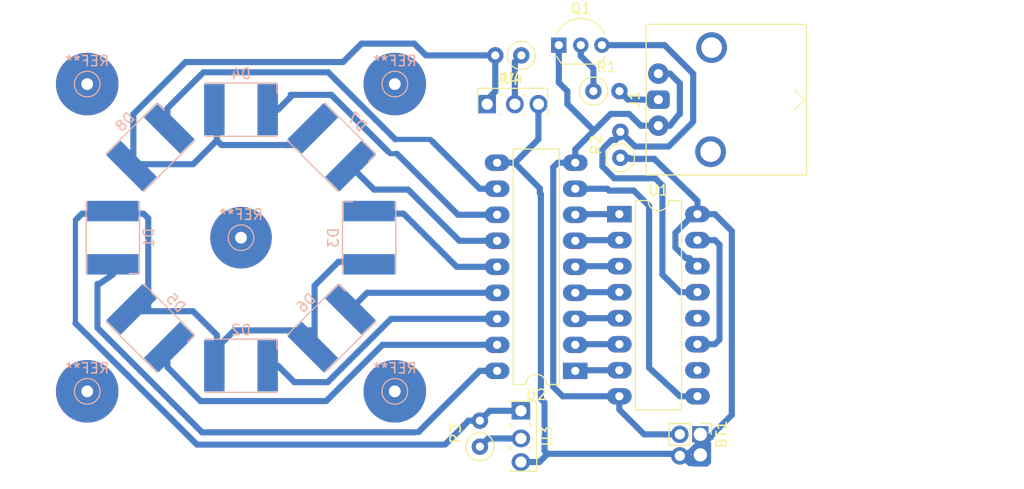
<source format=kicad_pcb>
(kicad_pcb (version 20171130) (host pcbnew "(5.1.5)-3")

  (general
    (thickness 1.6)
    (drawings 0)
    (tracks 242)
    (zones 0)
    (modules 24)
    (nets 29)
  )

  (page A4)
  (title_block
    (title "LED multiplexer")
    (rev v01)
    (comment 4 "Author: Hampus Månefjord")
  )

  (layers
    (0 F.Cu signal)
    (31 B.Cu signal)
    (32 B.Adhes user)
    (33 F.Adhes user)
    (34 B.Paste user)
    (35 F.Paste user)
    (36 B.SilkS user)
    (37 F.SilkS user)
    (38 B.Mask user)
    (39 F.Mask user)
    (40 Dwgs.User user)
    (41 Cmts.User user)
    (42 Eco1.User user)
    (43 Eco2.User user)
    (44 Edge.Cuts user)
    (45 Margin user)
    (46 B.CrtYd user)
    (47 F.CrtYd user)
    (48 B.Fab user)
    (49 F.Fab user)
  )

  (setup
    (last_trace_width 0.5)
    (user_trace_width 0.6)
    (trace_clearance 0.7)
    (zone_clearance 0.508)
    (zone_45_only no)
    (trace_min 0.4)
    (via_size 1.2)
    (via_drill 0.8)
    (via_min_size 1.2)
    (via_min_drill 0.8)
    (uvia_size 0.3)
    (uvia_drill 0.1)
    (uvias_allowed no)
    (uvia_min_size 0.2)
    (uvia_min_drill 0.1)
    (edge_width 0.05)
    (segment_width 0.2)
    (pcb_text_width 0.3)
    (pcb_text_size 1.5 1.5)
    (mod_edge_width 0.12)
    (mod_text_size 1 1)
    (mod_text_width 0.15)
    (pad_size 6.1 6.1)
    (pad_drill 1.15)
    (pad_to_mask_clearance 0.051)
    (solder_mask_min_width 0.25)
    (aux_axis_origin 0 0)
    (visible_elements 7EFFB6E7)
    (pcbplotparams
      (layerselection 0x00000_fffffffe)
      (usegerberextensions false)
      (usegerberattributes false)
      (usegerberadvancedattributes false)
      (creategerberjobfile false)
      (excludeedgelayer true)
      (linewidth 0.200000)
      (plotframeref false)
      (viasonmask false)
      (mode 1)
      (useauxorigin false)
      (hpglpennumber 1)
      (hpglpenspeed 20)
      (hpglpendiameter 15.000000)
      (psnegative false)
      (psa4output false)
      (plotreference true)
      (plotvalue true)
      (plotinvisibletext false)
      (padsonsilk false)
      (subtractmaskfromsilk false)
      (outputformat 1)
      (mirror false)
      (drillshape 0)
      (scaleselection 1)
      (outputdirectory "v10/"))
  )

  (net 0 "")
  (net 1 "Net-(D1-Pad1)")
  (net 2 "Net-(D1-Pad2)")
  (net 3 "Net-(D2-Pad1)")
  (net 4 "Net-(D3-Pad1)")
  (net 5 "Net-(D4-Pad2)")
  (net 6 "Net-(D4-Pad1)")
  (net 7 "Net-(D5-Pad1)")
  (net 8 "Net-(D6-Pad1)")
  (net 9 "Net-(D7-Pad1)")
  (net 10 "Net-(D8-Pad1)")
  (net 11 "Net-(J1-Pad1)")
  (net 12 GND)
  (net 13 "Net-(Q1-Pad2)")
  (net 14 VCC)
  (net 15 "Net-(R3-Pad1)")
  (net 16 "Net-(R4-Pad1)")
  (net 17 "Net-(U1-Pad1)")
  (net 18 "Net-(U1-Pad9)")
  (net 19 "Net-(U1-Pad2)")
  (net 20 "Net-(U1-Pad10)")
  (net 21 "Net-(U1-Pad3)")
  (net 22 "Net-(U1-Pad11)")
  (net 23 "Net-(U1-Pad4)")
  (net 24 "Net-(U1-Pad12)")
  (net 25 "Net-(U1-Pad5)")
  (net 26 "Net-(U1-Pad6)")
  (net 27 "Net-(U1-Pad7)")
  (net 28 "Net-(Q1-Pad3)")

  (net_class Default "This is the default net class."
    (clearance 0.7)
    (trace_width 0.5)
    (via_dia 1.2)
    (via_drill 0.8)
    (uvia_dia 0.3)
    (uvia_drill 0.1)
    (diff_pair_width 0.4)
    (diff_pair_gap 0.25)
    (add_net GND)
    (add_net "Net-(D1-Pad1)")
    (add_net "Net-(D1-Pad2)")
    (add_net "Net-(D2-Pad1)")
    (add_net "Net-(D3-Pad1)")
    (add_net "Net-(D4-Pad1)")
    (add_net "Net-(D4-Pad2)")
    (add_net "Net-(D5-Pad1)")
    (add_net "Net-(D6-Pad1)")
    (add_net "Net-(D7-Pad1)")
    (add_net "Net-(D8-Pad1)")
    (add_net "Net-(J1-Pad1)")
    (add_net "Net-(Q1-Pad2)")
    (add_net "Net-(Q1-Pad3)")
    (add_net "Net-(R3-Pad1)")
    (add_net "Net-(R4-Pad1)")
    (add_net "Net-(U1-Pad1)")
    (add_net "Net-(U1-Pad10)")
    (add_net "Net-(U1-Pad11)")
    (add_net "Net-(U1-Pad12)")
    (add_net "Net-(U1-Pad2)")
    (add_net "Net-(U1-Pad3)")
    (add_net "Net-(U1-Pad4)")
    (add_net "Net-(U1-Pad5)")
    (add_net "Net-(U1-Pad6)")
    (add_net "Net-(U1-Pad7)")
    (add_net "Net-(U1-Pad9)")
    (add_net VCC)
  )

  (module LED_multiplexer:PinHeader_1x02_P2.00mm_Vertical_hampus (layer F.Cu) (tedit 5E343695) (tstamp 5DFB6628)
    (at 75.2 55.1 270)
    (descr "Through hole straight pin header, 1x02, 2.00mm pitch, single row")
    (tags "Through hole pin header THT 1x02 2.00mm single row")
    (path /5DFF155D)
    (fp_text reference BT1 (at 0 -2.06 90) (layer F.SilkS)
      (effects (font (size 1 1) (thickness 0.15)))
    )
    (fp_text value 9V (at 0 4.06 90) (layer F.Fab)
      (effects (font (size 1 1) (thickness 0.15)))
    )
    (fp_line (start 1.5 -1.5) (end -1.5 -1.5) (layer F.CrtYd) (width 0.05))
    (fp_line (start 1.5 3.5) (end 1.5 -1.5) (layer F.CrtYd) (width 0.05))
    (fp_line (start -1.5 3.5) (end 1.5 3.5) (layer F.CrtYd) (width 0.05))
    (fp_line (start -1.5 -1.5) (end -1.5 3.5) (layer F.CrtYd) (width 0.05))
    (fp_line (start -1.06 -1.06) (end 0 -1.06) (layer F.SilkS) (width 0.12))
    (fp_line (start -1.06 0) (end -1.06 -1.06) (layer F.SilkS) (width 0.12))
    (fp_line (start -1.06 1) (end 1.06 1) (layer F.SilkS) (width 0.12))
    (fp_line (start 1.06 1) (end 1.06 3.06) (layer F.SilkS) (width 0.12))
    (fp_line (start -1.06 1) (end -1.06 3.06) (layer F.SilkS) (width 0.12))
    (fp_line (start -1.06 3.06) (end 1.06 3.06) (layer F.SilkS) (width 0.12))
    (fp_line (start -1 -0.5) (end -0.5 -1) (layer F.Fab) (width 0.1))
    (fp_line (start -1 3) (end -1 -0.5) (layer F.Fab) (width 0.1))
    (fp_line (start 1 3) (end -1 3) (layer F.Fab) (width 0.1))
    (fp_line (start 1 -1) (end 1 3) (layer F.Fab) (width 0.1))
    (fp_line (start -0.5 -1) (end 1 -1) (layer F.Fab) (width 0.1))
    (pad 1 thru_hole circle (at 2.1 2 270) (size 1.7 1.7) (drill 1) (layers *.Cu *.Mask)
      (net 14 VCC))
    (pad 1 thru_hole circle (at 2 0 270) (size 1.7 1.7) (drill 1.3) (layers *.Cu *.Mask)
      (net 14 VCC))
    (pad 2 thru_hole oval (at 0 2 270) (size 1.7 1.7) (drill 1) (layers *.Cu *.Mask)
      (net 12 GND))
    (pad 1 thru_hole rect (at 0 0 270) (size 1.6 1.6) (drill 1.3) (layers *.Cu *.Mask)
      (net 14 VCC))
    (model ${KISYS3DMOD}/Connector_PinHeader_2.00mm.3dshapes/PinHeader_1x02_P2.00mm_Vertical.wrl
      (at (xyz 0 0 0))
      (scale (xyz 1 1 1))
      (rotate (xyz 0 0 0))
    )
  )

  (module LED_multiplexer:LED_SMB1N_5x5mm2 (layer B.Cu) (tedit 5E32FBF9) (tstamp 5DFB4C62)
    (at 17.9 35.9 90)
    (descr "5.0mm x 5.0mm PLCC4 LED")
    (tags "LED Cree PLCC-4")
    (path /5DFAC08F)
    (attr smd)
    (fp_text reference D1 (at 0 3.5 270) (layer B.SilkS)
      (effects (font (size 1 1) (thickness 0.15)) (justify mirror))
    )
    (fp_text value LED (at 0 -4 270) (layer B.Fab)
      (effects (font (size 1 1) (thickness 0.15)) (justify mirror))
    )
    (fp_text user %R (at 0 0 270) (layer B.Fab)
      (effects (font (size 1 1) (thickness 0.1)) (justify mirror))
    )
    (fp_circle (center 0 0) (end 0 2) (layer B.Fab) (width 0.1))
    (fp_line (start -3.5 1.6) (end -3.5 2.6) (layer B.SilkS) (width 0.12))
    (fp_line (start -3.5 -2.6) (end 3.5 -2.6) (layer B.SilkS) (width 0.12))
    (fp_line (start -3.5 2.6) (end 3.5 2.6) (layer B.SilkS) (width 0.12))
    (fp_line (start 2.5 2.5) (end -2.5 2.5) (layer B.Fab) (width 0.1))
    (fp_line (start 2.5 -2.5) (end 2.5 2.5) (layer B.Fab) (width 0.1))
    (fp_line (start -2.5 -2.5) (end 2.5 -2.5) (layer B.Fab) (width 0.1))
    (fp_line (start -2.5 2.5) (end -2.5 -2.5) (layer B.Fab) (width 0.1))
    (fp_line (start -1.5 2.5) (end -2.5 1.5) (layer B.Fab) (width 0.1))
    (fp_line (start -3.75 2.85) (end -3.75 -2.85) (layer B.CrtYd) (width 0.05))
    (fp_line (start -3.75 -2.85) (end 3.75 -2.85) (layer B.CrtYd) (width 0.05))
    (fp_line (start 3.75 -2.85) (end 3.75 2.85) (layer B.CrtYd) (width 0.05))
    (fp_line (start 3.75 2.85) (end -3.75 2.85) (layer B.CrtYd) (width 0.05))
    (pad 1 smd rect (at -2.6 0 90) (size 2 5) (layers B.Cu B.Paste B.Mask)
      (net 1 "Net-(D1-Pad1)"))
    (pad 2 smd rect (at 2.6 0 90) (size 2 5) (layers B.Cu B.Paste B.Mask)
      (net 2 "Net-(D1-Pad2)"))
    (model ${KISYS3DMOD}/LED_SMD.3dshapes/LED_Cree-PLCC4_5x5mm_CW.wrl
      (at (xyz 0 0 0))
      (scale (xyz 1 1 1))
      (rotate (xyz 0 0 0))
    )
  )

  (module LED_multiplexer:LED_SMB1N_5x5mm2 (layer B.Cu) (tedit 5E32FBF9) (tstamp 5DFB4C76)
    (at 30.4 48.4 180)
    (descr "5.0mm x 5.0mm PLCC4 LED")
    (tags "LED Cree PLCC-4")
    (path /5DFAD863)
    (attr smd)
    (fp_text reference D2 (at 0 3.5) (layer B.SilkS)
      (effects (font (size 1 1) (thickness 0.15)) (justify mirror))
    )
    (fp_text value LED (at 0 -4) (layer B.Fab)
      (effects (font (size 1 1) (thickness 0.15)) (justify mirror))
    )
    (fp_text user %R (at 0 0) (layer B.Fab)
      (effects (font (size 1 1) (thickness 0.1)) (justify mirror))
    )
    (fp_circle (center 0 0) (end 0 2) (layer B.Fab) (width 0.1))
    (fp_line (start -3.5 1.6) (end -3.5 2.6) (layer B.SilkS) (width 0.12))
    (fp_line (start -3.5 -2.6) (end 3.5 -2.6) (layer B.SilkS) (width 0.12))
    (fp_line (start -3.5 2.6) (end 3.5 2.6) (layer B.SilkS) (width 0.12))
    (fp_line (start 2.5 2.5) (end -2.5 2.5) (layer B.Fab) (width 0.1))
    (fp_line (start 2.5 -2.5) (end 2.5 2.5) (layer B.Fab) (width 0.1))
    (fp_line (start -2.5 -2.5) (end 2.5 -2.5) (layer B.Fab) (width 0.1))
    (fp_line (start -2.5 2.5) (end -2.5 -2.5) (layer B.Fab) (width 0.1))
    (fp_line (start -1.5 2.5) (end -2.5 1.5) (layer B.Fab) (width 0.1))
    (fp_line (start -3.75 2.85) (end -3.75 -2.85) (layer B.CrtYd) (width 0.05))
    (fp_line (start -3.75 -2.85) (end 3.75 -2.85) (layer B.CrtYd) (width 0.05))
    (fp_line (start 3.75 -2.85) (end 3.75 2.85) (layer B.CrtYd) (width 0.05))
    (fp_line (start 3.75 2.85) (end -3.75 2.85) (layer B.CrtYd) (width 0.05))
    (pad 1 smd rect (at -2.6 0 180) (size 2 5) (layers B.Cu B.Paste B.Mask)
      (net 3 "Net-(D2-Pad1)"))
    (pad 2 smd rect (at 2.6 0 180) (size 2 5) (layers B.Cu B.Paste B.Mask)
      (net 2 "Net-(D1-Pad2)"))
    (model ${KISYS3DMOD}/LED_SMD.3dshapes/LED_Cree-PLCC4_5x5mm_CW.wrl
      (at (xyz 0 0 0))
      (scale (xyz 1 1 1))
      (rotate (xyz 0 0 0))
    )
  )

  (module LED_multiplexer:LED_SMB1N_5x5mm2 (layer B.Cu) (tedit 5E32FBF9) (tstamp 5DFB4C8A)
    (at 42.9 35.9 270)
    (descr "5.0mm x 5.0mm PLCC4 LED")
    (tags "LED Cree PLCC-4")
    (path /5DFB504F)
    (attr smd)
    (fp_text reference D3 (at 0 3.5 270) (layer B.SilkS)
      (effects (font (size 1 1) (thickness 0.15)) (justify mirror))
    )
    (fp_text value LED (at 0 -4 270) (layer B.Fab)
      (effects (font (size 1 1) (thickness 0.15)) (justify mirror))
    )
    (fp_text user %R (at 0 0 270) (layer B.Fab)
      (effects (font (size 1 1) (thickness 0.1)) (justify mirror))
    )
    (fp_circle (center 0 0) (end 0 2) (layer B.Fab) (width 0.1))
    (fp_line (start -3.5 1.6) (end -3.5 2.6) (layer B.SilkS) (width 0.12))
    (fp_line (start -3.5 -2.6) (end 3.5 -2.6) (layer B.SilkS) (width 0.12))
    (fp_line (start -3.5 2.6) (end 3.5 2.6) (layer B.SilkS) (width 0.12))
    (fp_line (start 2.5 2.5) (end -2.5 2.5) (layer B.Fab) (width 0.1))
    (fp_line (start 2.5 -2.5) (end 2.5 2.5) (layer B.Fab) (width 0.1))
    (fp_line (start -2.5 -2.5) (end 2.5 -2.5) (layer B.Fab) (width 0.1))
    (fp_line (start -2.5 2.5) (end -2.5 -2.5) (layer B.Fab) (width 0.1))
    (fp_line (start -1.5 2.5) (end -2.5 1.5) (layer B.Fab) (width 0.1))
    (fp_line (start -3.75 2.85) (end -3.75 -2.85) (layer B.CrtYd) (width 0.05))
    (fp_line (start -3.75 -2.85) (end 3.75 -2.85) (layer B.CrtYd) (width 0.05))
    (fp_line (start 3.75 -2.85) (end 3.75 2.85) (layer B.CrtYd) (width 0.05))
    (fp_line (start 3.75 2.85) (end -3.75 2.85) (layer B.CrtYd) (width 0.05))
    (pad 1 smd rect (at -2.6 0 270) (size 2 5) (layers B.Cu B.Paste B.Mask)
      (net 4 "Net-(D3-Pad1)"))
    (pad 2 smd rect (at 2.6 0 270) (size 2 5) (layers B.Cu B.Paste B.Mask)
      (net 2 "Net-(D1-Pad2)"))
    (model ${KISYS3DMOD}/LED_SMD.3dshapes/LED_Cree-PLCC4_5x5mm_CW.wrl
      (at (xyz 0 0 0))
      (scale (xyz 1 1 1))
      (rotate (xyz 0 0 0))
    )
  )

  (module LED_multiplexer:LED_SMB1N_5x5mm2 (layer B.Cu) (tedit 5E32FBF9) (tstamp 5DFB4C9E)
    (at 30.4 23.4 180)
    (descr "5.0mm x 5.0mm PLCC4 LED")
    (tags "LED Cree PLCC-4")
    (path /5DFB5063)
    (attr smd)
    (fp_text reference D4 (at 0 3.5) (layer B.SilkS)
      (effects (font (size 1 1) (thickness 0.15)) (justify mirror))
    )
    (fp_text value LED (at 0 -4) (layer B.Fab)
      (effects (font (size 1 1) (thickness 0.15)) (justify mirror))
    )
    (fp_text user %R (at 0 0) (layer B.Fab)
      (effects (font (size 1 1) (thickness 0.1)) (justify mirror))
    )
    (fp_circle (center 0 0) (end 0 2) (layer B.Fab) (width 0.1))
    (fp_line (start -3.5 1.6) (end -3.5 2.6) (layer B.SilkS) (width 0.12))
    (fp_line (start -3.5 -2.6) (end 3.5 -2.6) (layer B.SilkS) (width 0.12))
    (fp_line (start -3.5 2.6) (end 3.5 2.6) (layer B.SilkS) (width 0.12))
    (fp_line (start 2.5 2.5) (end -2.5 2.5) (layer B.Fab) (width 0.1))
    (fp_line (start 2.5 -2.5) (end 2.5 2.5) (layer B.Fab) (width 0.1))
    (fp_line (start -2.5 -2.5) (end 2.5 -2.5) (layer B.Fab) (width 0.1))
    (fp_line (start -2.5 2.5) (end -2.5 -2.5) (layer B.Fab) (width 0.1))
    (fp_line (start -1.5 2.5) (end -2.5 1.5) (layer B.Fab) (width 0.1))
    (fp_line (start -3.75 2.85) (end -3.75 -2.85) (layer B.CrtYd) (width 0.05))
    (fp_line (start -3.75 -2.85) (end 3.75 -2.85) (layer B.CrtYd) (width 0.05))
    (fp_line (start 3.75 -2.85) (end 3.75 2.85) (layer B.CrtYd) (width 0.05))
    (fp_line (start 3.75 2.85) (end -3.75 2.85) (layer B.CrtYd) (width 0.05))
    (pad 1 smd rect (at -2.6 0 180) (size 2 5) (layers B.Cu B.Paste B.Mask)
      (net 6 "Net-(D4-Pad1)"))
    (pad 2 smd rect (at 2.6 0 180) (size 2 5) (layers B.Cu B.Paste B.Mask)
      (net 5 "Net-(D4-Pad2)"))
    (model ${KISYS3DMOD}/LED_SMD.3dshapes/LED_Cree-PLCC4_5x5mm_CW.wrl
      (at (xyz 0 0 0))
      (scale (xyz 1 1 1))
      (rotate (xyz 0 0 0))
    )
  )

  (module LED_multiplexer:LED_SMB1N_5x5mm2 (layer B.Cu) (tedit 5E32FBF9) (tstamp 5DFB4CB2)
    (at 21.561 44.739 135)
    (descr "5.0mm x 5.0mm PLCC4 LED")
    (tags "LED Cree PLCC-4")
    (path /5DFACD24)
    (attr smd)
    (fp_text reference D5 (at 0 3.5 315) (layer B.SilkS)
      (effects (font (size 1 1) (thickness 0.15)) (justify mirror))
    )
    (fp_text value LED (at 0 -4 315) (layer B.Fab)
      (effects (font (size 1 1) (thickness 0.15)) (justify mirror))
    )
    (fp_text user %R (at 0 0 315) (layer B.Fab)
      (effects (font (size 1 1) (thickness 0.1)) (justify mirror))
    )
    (fp_circle (center 0 0) (end 0 2) (layer B.Fab) (width 0.1))
    (fp_line (start -3.5 1.6) (end -3.5 2.6) (layer B.SilkS) (width 0.12))
    (fp_line (start -3.5 -2.6) (end 3.5 -2.6) (layer B.SilkS) (width 0.12))
    (fp_line (start -3.5 2.6) (end 3.5 2.6) (layer B.SilkS) (width 0.12))
    (fp_line (start 2.5 2.5) (end -2.5 2.5) (layer B.Fab) (width 0.1))
    (fp_line (start 2.5 -2.5) (end 2.5 2.5) (layer B.Fab) (width 0.1))
    (fp_line (start -2.5 -2.5) (end 2.5 -2.5) (layer B.Fab) (width 0.1))
    (fp_line (start -2.5 2.5) (end -2.5 -2.5) (layer B.Fab) (width 0.1))
    (fp_line (start -1.5 2.5) (end -2.5 1.5) (layer B.Fab) (width 0.1))
    (fp_line (start -3.75 2.85) (end -3.75 -2.85) (layer B.CrtYd) (width 0.05))
    (fp_line (start -3.75 -2.85) (end 3.75 -2.85) (layer B.CrtYd) (width 0.05))
    (fp_line (start 3.75 -2.85) (end 3.75 2.85) (layer B.CrtYd) (width 0.05))
    (fp_line (start 3.75 2.85) (end -3.75 2.85) (layer B.CrtYd) (width 0.05))
    (pad 1 smd rect (at -2.6 0 135) (size 2 5) (layers B.Cu B.Paste B.Mask)
      (net 7 "Net-(D5-Pad1)"))
    (pad 2 smd rect (at 2.6 0 135) (size 2 5) (layers B.Cu B.Paste B.Mask)
      (net 2 "Net-(D1-Pad2)"))
    (model ${KISYS3DMOD}/LED_SMD.3dshapes/LED_Cree-PLCC4_5x5mm_CW.wrl
      (at (xyz 0 0 0))
      (scale (xyz 1 1 1))
      (rotate (xyz 0 0 0))
    )
  )

  (module LED_multiplexer:LED_SMB1N_5x5mm2 (layer B.Cu) (tedit 5E32FBF9) (tstamp 5DFB4CC6)
    (at 39.239 44.739 225)
    (descr "5.0mm x 5.0mm PLCC4 LED")
    (tags "LED Cree PLCC-4")
    (path /5DFAD86D)
    (attr smd)
    (fp_text reference D6 (at 0 3.5 225) (layer B.SilkS)
      (effects (font (size 1 1) (thickness 0.15)) (justify mirror))
    )
    (fp_text value LED (at 0 -4 225) (layer B.Fab)
      (effects (font (size 1 1) (thickness 0.15)) (justify mirror))
    )
    (fp_text user %R (at 0 0 225) (layer B.Fab)
      (effects (font (size 1 1) (thickness 0.1)) (justify mirror))
    )
    (fp_circle (center 0 0) (end 0 2) (layer B.Fab) (width 0.1))
    (fp_line (start -3.5 1.6) (end -3.5 2.6) (layer B.SilkS) (width 0.12))
    (fp_line (start -3.5 -2.6) (end 3.5 -2.6) (layer B.SilkS) (width 0.12))
    (fp_line (start -3.5 2.6) (end 3.5 2.6) (layer B.SilkS) (width 0.12))
    (fp_line (start 2.5 2.5) (end -2.5 2.5) (layer B.Fab) (width 0.1))
    (fp_line (start 2.5 -2.5) (end 2.5 2.5) (layer B.Fab) (width 0.1))
    (fp_line (start -2.5 -2.5) (end 2.5 -2.5) (layer B.Fab) (width 0.1))
    (fp_line (start -2.5 2.5) (end -2.5 -2.5) (layer B.Fab) (width 0.1))
    (fp_line (start -1.5 2.5) (end -2.5 1.5) (layer B.Fab) (width 0.1))
    (fp_line (start -3.75 2.85) (end -3.75 -2.85) (layer B.CrtYd) (width 0.05))
    (fp_line (start -3.75 -2.85) (end 3.75 -2.85) (layer B.CrtYd) (width 0.05))
    (fp_line (start 3.75 -2.85) (end 3.75 2.85) (layer B.CrtYd) (width 0.05))
    (fp_line (start 3.75 2.85) (end -3.75 2.85) (layer B.CrtYd) (width 0.05))
    (pad 1 smd rect (at -2.6 0 225) (size 2 5) (layers B.Cu B.Paste B.Mask)
      (net 8 "Net-(D6-Pad1)"))
    (pad 2 smd rect (at 2.6 0 225) (size 2 5) (layers B.Cu B.Paste B.Mask)
      (net 2 "Net-(D1-Pad2)"))
    (model ${KISYS3DMOD}/LED_SMD.3dshapes/LED_Cree-PLCC4_5x5mm_CW.wrl
      (at (xyz 0 0 0))
      (scale (xyz 1 1 1))
      (rotate (xyz 0 0 0))
    )
  )

  (module LED_multiplexer:LED_SMB1N_5x5mm2 (layer B.Cu) (tedit 5E32FBF9) (tstamp 5DFB4CDA)
    (at 39.239 27.061 135)
    (descr "5.0mm x 5.0mm PLCC4 LED")
    (tags "LED Cree PLCC-4")
    (path /5DFB5059)
    (attr smd)
    (fp_text reference D7 (at 0 3.5 315) (layer B.SilkS)
      (effects (font (size 1 1) (thickness 0.15)) (justify mirror))
    )
    (fp_text value LED (at 0 -4 315) (layer B.Fab)
      (effects (font (size 1 1) (thickness 0.15)) (justify mirror))
    )
    (fp_text user %R (at 0 0 315) (layer B.Fab)
      (effects (font (size 1 1) (thickness 0.1)) (justify mirror))
    )
    (fp_circle (center 0 0) (end 0 2) (layer B.Fab) (width 0.1))
    (fp_line (start -3.5 1.6) (end -3.5 2.6) (layer B.SilkS) (width 0.12))
    (fp_line (start -3.5 -2.6) (end 3.5 -2.6) (layer B.SilkS) (width 0.12))
    (fp_line (start -3.5 2.6) (end 3.5 2.6) (layer B.SilkS) (width 0.12))
    (fp_line (start 2.5 2.5) (end -2.5 2.5) (layer B.Fab) (width 0.1))
    (fp_line (start 2.5 -2.5) (end 2.5 2.5) (layer B.Fab) (width 0.1))
    (fp_line (start -2.5 -2.5) (end 2.5 -2.5) (layer B.Fab) (width 0.1))
    (fp_line (start -2.5 2.5) (end -2.5 -2.5) (layer B.Fab) (width 0.1))
    (fp_line (start -1.5 2.5) (end -2.5 1.5) (layer B.Fab) (width 0.1))
    (fp_line (start -3.75 2.85) (end -3.75 -2.85) (layer B.CrtYd) (width 0.05))
    (fp_line (start -3.75 -2.85) (end 3.75 -2.85) (layer B.CrtYd) (width 0.05))
    (fp_line (start 3.75 -2.85) (end 3.75 2.85) (layer B.CrtYd) (width 0.05))
    (fp_line (start 3.75 2.85) (end -3.75 2.85) (layer B.CrtYd) (width 0.05))
    (pad 1 smd rect (at -2.6 0 135) (size 2 5) (layers B.Cu B.Paste B.Mask)
      (net 9 "Net-(D7-Pad1)"))
    (pad 2 smd rect (at 2.6 0 135) (size 2 5) (layers B.Cu B.Paste B.Mask)
      (net 5 "Net-(D4-Pad2)"))
    (model ${KISYS3DMOD}/LED_SMD.3dshapes/LED_Cree-PLCC4_5x5mm_CW.wrl
      (at (xyz 0 0 0))
      (scale (xyz 1 1 1))
      (rotate (xyz 0 0 0))
    )
  )

  (module LED_multiplexer:LED_SMB1N_5x5mm2 (layer B.Cu) (tedit 5E32FBF9) (tstamp 5DFB4CEE)
    (at 21.561 27.061 225)
    (descr "5.0mm x 5.0mm PLCC4 LED")
    (tags "LED Cree PLCC-4")
    (path /5DFB506D)
    (attr smd)
    (fp_text reference D8 (at 0 3.5 225) (layer B.SilkS)
      (effects (font (size 1 1) (thickness 0.15)) (justify mirror))
    )
    (fp_text value LED (at 0 -4 225) (layer B.Fab)
      (effects (font (size 1 1) (thickness 0.15)) (justify mirror))
    )
    (fp_text user %R (at 0 0 225) (layer B.Fab)
      (effects (font (size 1 1) (thickness 0.1)) (justify mirror))
    )
    (fp_circle (center 0 0) (end 0 2) (layer B.Fab) (width 0.1))
    (fp_line (start -3.5 1.6) (end -3.5 2.6) (layer B.SilkS) (width 0.12))
    (fp_line (start -3.5 -2.6) (end 3.5 -2.6) (layer B.SilkS) (width 0.12))
    (fp_line (start -3.5 2.6) (end 3.5 2.6) (layer B.SilkS) (width 0.12))
    (fp_line (start 2.5 2.5) (end -2.5 2.5) (layer B.Fab) (width 0.1))
    (fp_line (start 2.5 -2.5) (end 2.5 2.5) (layer B.Fab) (width 0.1))
    (fp_line (start -2.5 -2.5) (end 2.5 -2.5) (layer B.Fab) (width 0.1))
    (fp_line (start -2.5 2.5) (end -2.5 -2.5) (layer B.Fab) (width 0.1))
    (fp_line (start -1.5 2.5) (end -2.5 1.5) (layer B.Fab) (width 0.1))
    (fp_line (start -3.75 2.85) (end -3.75 -2.85) (layer B.CrtYd) (width 0.05))
    (fp_line (start -3.75 -2.85) (end 3.75 -2.85) (layer B.CrtYd) (width 0.05))
    (fp_line (start 3.75 -2.85) (end 3.75 2.85) (layer B.CrtYd) (width 0.05))
    (fp_line (start 3.75 2.85) (end -3.75 2.85) (layer B.CrtYd) (width 0.05))
    (pad 1 smd rect (at -2.6 0 225) (size 2 5) (layers B.Cu B.Paste B.Mask)
      (net 10 "Net-(D8-Pad1)"))
    (pad 2 smd rect (at 2.6 0 225) (size 2 5) (layers B.Cu B.Paste B.Mask)
      (net 5 "Net-(D4-Pad2)"))
    (model ${KISYS3DMOD}/LED_SMD.3dshapes/LED_Cree-PLCC4_5x5mm_CW.wrl
      (at (xyz 0 0 0))
      (scale (xyz 1 1 1))
      (rotate (xyz 0 0 0))
    )
  )

  (module LED_multiplexer:Pin_D1.0mm_L10.0mm (layer B.Cu) (tedit 5E32FD03) (tstamp 5E31E15A)
    (at 45.4 20.9)
    (descr "solder Pin_ diameter 1.0mm, hole diameter 1.0mm (press fit), length 10.0mm")
    (tags "solder Pin_ press fit")
    (fp_text reference REF** (at 0 -2.25) (layer B.SilkS)
      (effects (font (size 1 1) (thickness 0.15)) (justify mirror))
    )
    (fp_text value Pin_D1.0mm_L10.0mm (at 0 2.05) (layer B.Fab)
      (effects (font (size 1 1) (thickness 0.15)) (justify mirror))
    )
    (fp_circle (center 0 0) (end 1.25 -0.05) (layer B.SilkS) (width 0.12))
    (fp_circle (center 0 0) (end 1 0) (layer B.Fab) (width 0.12))
    (fp_circle (center 0 0) (end 0.5 0) (layer B.Fab) (width 0.12))
    (fp_circle (center 0 0) (end 3 0) (layer B.CrtYd) (width 0.05))
    (fp_text user %R (at 0 -2.25) (layer B.Fab)
      (effects (font (size 1 1) (thickness 0.15)) (justify mirror))
    )
    (pad 1 thru_hole circle (at 0 0) (size 6.1 6.1) (drill 1.15) (layers *.Cu *.Mask))
    (model ${KISYS3DMOD}/Connector_Pin.3dshapes/Pin_D1.0mm_L10.0mm.wrl
      (at (xyz 0 0 0))
      (scale (xyz 1 1 1))
      (rotate (xyz 0 0 0))
    )
  )

  (module LED_multiplexer:Pin_D1.0mm_L10.0mm (layer B.Cu) (tedit 5E32FD14) (tstamp 5E31E15A)
    (at 15.4 20.9)
    (descr "solder Pin_ diameter 1.0mm, hole diameter 1.0mm (press fit), length 10.0mm")
    (tags "solder Pin_ press fit")
    (fp_text reference REF** (at 0 -2.25) (layer B.SilkS)
      (effects (font (size 1 1) (thickness 0.15)) (justify mirror))
    )
    (fp_text value Pin_D1.0mm_L10.0mm (at 0 2.05) (layer B.Fab)
      (effects (font (size 1 1) (thickness 0.15)) (justify mirror))
    )
    (fp_circle (center 0 0) (end 1.25 -0.05) (layer B.SilkS) (width 0.12))
    (fp_circle (center 0 0) (end 1 0) (layer B.Fab) (width 0.12))
    (fp_circle (center 0 0) (end 0.5 0) (layer B.Fab) (width 0.12))
    (fp_circle (center 0 0) (end 3 0) (layer B.CrtYd) (width 0.05))
    (fp_text user %R (at 0 -2.25) (layer B.Fab)
      (effects (font (size 1 1) (thickness 0.15)) (justify mirror))
    )
    (pad 1 thru_hole circle (at 0 0) (size 6.1 6.1) (drill 1.15) (layers *.Cu *.Mask))
    (model ${KISYS3DMOD}/Connector_Pin.3dshapes/Pin_D1.0mm_L10.0mm.wrl
      (at (xyz 0 0 0))
      (scale (xyz 1 1 1))
      (rotate (xyz 0 0 0))
    )
  )

  (module LED_multiplexer:Pin_D1.0mm_L10.0mm (layer B.Cu) (tedit 5E32FD1F) (tstamp 5E31E15A)
    (at 15.4 50.9)
    (descr "solder Pin_ diameter 1.0mm, hole diameter 1.0mm (press fit), length 10.0mm")
    (tags "solder Pin_ press fit")
    (fp_text reference REF** (at 0 -2.25) (layer B.SilkS)
      (effects (font (size 1 1) (thickness 0.15)) (justify mirror))
    )
    (fp_text value Pin_D1.0mm_L10.0mm (at 0 2.05) (layer B.Fab)
      (effects (font (size 1 1) (thickness 0.15)) (justify mirror))
    )
    (fp_circle (center 0 0) (end 1.25 -0.05) (layer B.SilkS) (width 0.12))
    (fp_circle (center 0 0) (end 1 0) (layer B.Fab) (width 0.12))
    (fp_circle (center 0 0) (end 0.5 0) (layer B.Fab) (width 0.12))
    (fp_circle (center 0 0) (end 3 0) (layer B.CrtYd) (width 0.05))
    (fp_text user %R (at 0 -2.25) (layer B.Fab)
      (effects (font (size 1 1) (thickness 0.15)) (justify mirror))
    )
    (pad 1 thru_hole circle (at 0 0) (size 6.1 6.1) (drill 1.15) (layers *.Cu *.Mask))
    (model ${KISYS3DMOD}/Connector_Pin.3dshapes/Pin_D1.0mm_L10.0mm.wrl
      (at (xyz 0 0 0))
      (scale (xyz 1 1 1))
      (rotate (xyz 0 0 0))
    )
  )

  (module LED_multiplexer:Pin_D1.0mm_L10.0mm (layer B.Cu) (tedit 5E32FD26) (tstamp 5E31E15A)
    (at 45.4 50.9)
    (descr "solder Pin_ diameter 1.0mm, hole diameter 1.0mm (press fit), length 10.0mm")
    (tags "solder Pin_ press fit")
    (fp_text reference REF** (at 0 -2.25) (layer B.SilkS)
      (effects (font (size 1 1) (thickness 0.15)) (justify mirror))
    )
    (fp_text value Pin_D1.0mm_L10.0mm (at 0 2.05) (layer B.Fab)
      (effects (font (size 1 1) (thickness 0.15)) (justify mirror))
    )
    (fp_circle (center 0 0) (end 1.25 -0.05) (layer B.SilkS) (width 0.12))
    (fp_circle (center 0 0) (end 1 0) (layer B.Fab) (width 0.12))
    (fp_circle (center 0 0) (end 0.5 0) (layer B.Fab) (width 0.12))
    (fp_circle (center 0 0) (end 3 0) (layer B.CrtYd) (width 0.05))
    (fp_text user %R (at 0 -2.25) (layer B.Fab)
      (effects (font (size 1 1) (thickness 0.15)) (justify mirror))
    )
    (pad 1 thru_hole circle (at 0 0) (size 6.1 6.1) (drill 1.15) (layers *.Cu *.Mask))
    (model ${KISYS3DMOD}/Connector_Pin.3dshapes/Pin_D1.0mm_L10.0mm.wrl
      (at (xyz 0 0 0))
      (scale (xyz 1 1 1))
      (rotate (xyz 0 0 0))
    )
  )

  (module LED_multiplexer:Pin_D1.0mm_L10.0mm (layer B.Cu) (tedit 5E32A2E3) (tstamp 5E318C0B)
    (at 30.4 35.9)
    (descr "solder Pin_ diameter 1.0mm, hole diameter 1.0mm (press fit), length 10.0mm")
    (tags "solder Pin_ press fit")
    (fp_text reference REF** (at 0 -2.25) (layer B.SilkS)
      (effects (font (size 1 1) (thickness 0.15)) (justify mirror))
    )
    (fp_text value Pin_D1.0mm_L10.0mm (at 0 2.05) (layer B.Fab)
      (effects (font (size 1 1) (thickness 0.15)) (justify mirror))
    )
    (fp_text user %R (at 0 -2.25) (layer B.Fab)
      (effects (font (size 1 1) (thickness 0.15)) (justify mirror))
    )
    (fp_circle (center 0 0) (end 3 0) (layer B.CrtYd) (width 0.05))
    (fp_circle (center 0 0) (end 0.5 0) (layer B.Fab) (width 0.12))
    (fp_circle (center 0 0) (end 1 0) (layer B.Fab) (width 0.12))
    (fp_circle (center 0 0) (end 1.25 -0.05) (layer B.SilkS) (width 0.12))
    (pad 1 thru_hole circle (at 0 0) (size 6 6) (drill 1.15) (layers *.Cu *.Mask))
    (model ${KISYS3DMOD}/Connector_Pin.3dshapes/Pin_D1.0mm_L10.0mm.wrl
      (at (xyz 0 0 0))
      (scale (xyz 1 1 1))
      (rotate (xyz 0 0 0))
    )
  )

  (module LED_multiplexer:BNC_coax_Horizontal_c2 (layer F.Cu) (tedit 5E31509C) (tstamp 5DFC9608)
    (at 71.11 22.42 270)
    (descr "dual independently isolated BNC plug (https://www.amphenolrf.com/downloads/dl/file/id/2980/product/644/031_6575_customer_drawing.pdf)")
    (tags "Dual BNC Amphenol Horizontal")
    (path /5DFCCCA6)
    (fp_text reference J1 (at 0 2.35 90) (layer F.SilkS)
      (effects (font (size 1 1) (thickness 0.15)))
    )
    (fp_text value Conn_Coaxial (at 0 4.35 270) (layer F.Fab)
      (effects (font (size 1 1) (thickness 0.15)))
    )
    (fp_line (start 0 -14.25) (end 1 -13.25) (layer F.SilkS) (width 0.12))
    (fp_line (start 0 -14.25) (end -1 -13.25) (layer F.SilkS) (width 0.12))
    (fp_line (start 7.7 1.55) (end 7.7 -35.65) (layer F.CrtYd) (width 0.05))
    (fp_line (start 7.7 -35.65) (end -7.7 -35.65) (layer F.CrtYd) (width 0.05))
    (fp_line (start -7.7 1.55) (end -7.7 -35.65) (layer F.CrtYd) (width 0.05))
    (fp_line (start -7.7 1.55) (end 7.7 1.55) (layer F.CrtYd) (width 0.05))
    (fp_line (start -7.35 1.2) (end -7.35 -14.45) (layer F.SilkS) (width 0.12))
    (fp_line (start 7.35 1.2) (end -7.35 1.2) (layer F.SilkS) (width 0.12))
    (fp_line (start 7.35 -14.45) (end 7.35 1.2) (layer F.SilkS) (width 0.12))
    (fp_line (start -7.35 -14.45) (end 7.35 -14.45) (layer F.SilkS) (width 0.12))
    (fp_line (start -5 -15.75) (end 5 -16.75) (layer F.Fab) (width 0.1))
    (fp_text user %R (at 0 0 90) (layer F.Fab)
      (effects (font (size 1 1) (thickness 0.15)))
    )
    (fp_line (start -7.2 -14.45) (end -7.2 1.05) (layer F.Fab) (width 0.1))
    (fp_line (start 7.2 -14.45) (end -7.2 -14.45) (layer F.Fab) (width 0.1))
    (fp_line (start 7.2 1.05) (end 7.2 -14.45) (layer F.Fab) (width 0.1))
    (fp_line (start -7.2 1.05) (end 7.2 1.05) (layer F.Fab) (width 0.1))
    (fp_line (start -6.35 -23.05) (end -6.35 -14.45) (layer F.Fab) (width 0.1))
    (fp_line (start 6.35 -23.05) (end -6.35 -23.05) (layer F.Fab) (width 0.1))
    (fp_line (start 6.35 -14.45) (end 6.35 -23.05) (layer F.Fab) (width 0.1))
    (fp_line (start -4.8 -35.15) (end -4.8 -23.05) (layer F.Fab) (width 0.1))
    (fp_line (start 4.8 -35.15) (end -4.8 -35.15) (layer F.Fab) (width 0.1))
    (fp_line (start 4.8 -23.05) (end 4.8 -35.15) (layer F.Fab) (width 0.1))
    (fp_circle (center 0 -29.92) (end 1 -29.92) (layer F.Fab) (width 0.1))
    (fp_line (start -5 -16.75) (end 5 -17.75) (layer F.Fab) (width 0.1))
    (fp_line (start -5 -17.75) (end 5 -18.75) (layer F.Fab) (width 0.1))
    (fp_line (start -5 -18.75) (end 5 -19.75) (layer F.Fab) (width 0.1))
    (fp_line (start -5 -19.75) (end 5 -20.75) (layer F.Fab) (width 0.1))
    (fp_line (start -5 -20.75) (end 5 -21.75) (layer F.Fab) (width 0.1))
    (fp_line (start -5 -21.75) (end 5 -22.75) (layer F.Fab) (width 0.1))
    (pad 2 thru_hole circle (at 2.54 0 270) (size 2 2) (drill 0.89) (layers *.Cu *.Mask)
      (net 12 GND))
    (pad 2 thru_hole circle (at -2.54 0 270) (size 2 2) (drill 0.89) (layers *.Cu *.Mask)
      (net 12 GND))
    (pad 1 thru_hole roundrect (at 0 0 270) (size 1.8 2.2) (drill 0.89) (layers *.Cu *.Mask) (roundrect_rratio 0.25)
      (net 11 "Net-(J1-Pad1)"))
    (pad "" thru_hole circle (at 5.08 -5.09 270) (size 3 3) (drill 2.01) (layers *.Cu *.Mask))
    (pad "" thru_hole circle (at -5.08 -5.19 270) (size 3 3) (drill 2.01) (layers *.Cu *.Mask))
    (model ${KISYS3DMOD}/Connector_Coaxial.3dshapes/BNC_Amphenol_031-6575_Horizontal.wrl
      (at (xyz 0 0 0))
      (scale (xyz 1 1 1))
      (rotate (xyz 0 0 0))
    )
  )

  (module LED_multiplexer:NPN_tht_Inline_4mm2 (layer F.Cu) (tedit 5DFB3CA5) (tstamp 5DFB4D28)
    (at 61 17.1)
    (descr "TO-92 leads in-line, wide, drill 0.75mm (see NXP sot054_po.pdf)")
    (tags "to-92 sc-43 sc-43a sot54 PA33 transistor")
    (path /5E31EB60)
    (fp_text reference Q1 (at 2.54 -3.56) (layer F.SilkS)
      (effects (font (size 1 1) (thickness 0.15)))
    )
    (fp_text value 2N2219 (at 2.54 2.79) (layer F.Fab)
      (effects (font (size 1 1) (thickness 0.15)))
    )
    (fp_text user %R (at 2.54 -3.56) (layer F.Fab)
      (effects (font (size 1 1) (thickness 0.15)))
    )
    (fp_line (start 0.74 1.85) (end 4.34 1.85) (layer F.SilkS) (width 0.12))
    (fp_line (start 0.8 1.75) (end 4.3 1.75) (layer F.Fab) (width 0.1))
    (fp_line (start -1.01 -2.73) (end 6.09 -2.73) (layer F.CrtYd) (width 0.05))
    (fp_line (start -1.01 -2.73) (end -1.01 2.01) (layer F.CrtYd) (width 0.05))
    (fp_line (start 6.09 2.01) (end 6.09 -2.73) (layer F.CrtYd) (width 0.05))
    (fp_line (start 6.09 2.01) (end -1.01 2.01) (layer F.CrtYd) (width 0.05))
    (fp_arc (start 2.54 0) (end 0.74 1.85) (angle 20) (layer F.SilkS) (width 0.12))
    (fp_arc (start 2.54 0) (end 2.54 -2.6) (angle -65) (layer F.SilkS) (width 0.12))
    (fp_arc (start 2.54 0) (end 2.54 -2.6) (angle 65) (layer F.SilkS) (width 0.12))
    (fp_arc (start 2.54 0) (end 2.54 -2.48) (angle 135) (layer F.Fab) (width 0.1))
    (fp_arc (start 2.54 0) (end 2.54 -2.48) (angle -135) (layer F.Fab) (width 0.1))
    (fp_arc (start 2.54 0) (end 4.34 1.85) (angle -20) (layer F.SilkS) (width 0.12))
    (pad 2 thru_hole circle (at 2.54 0 90) (size 1.5 1.5) (drill 0.8) (layers *.Cu *.Mask)
      (net 13 "Net-(Q1-Pad2)"))
    (pad 3 thru_hole circle (at 4.6 0 90) (size 1.5 1.5) (drill 0.8) (layers *.Cu *.Mask)
      (net 28 "Net-(Q1-Pad3)"))
    (pad 1 thru_hole rect (at 0.4 0 90) (size 1.5 1.5) (drill 0.8) (layers *.Cu *.Mask)
      (net 12 GND))
    (model ${KISYS3DMOD}/Package_TO_SOT_THT.3dshapes/TO-92_Inline_Wide.wrl
      (at (xyz 0 0 0))
      (scale (xyz 1 1 1))
      (rotate (xyz 0 0 0))
    )
  )

  (module Resistor_THT:R_Axial_DIN0207_L6.3mm_D2.5mm_P2.54mm_Vertical (layer F.Cu) (tedit 5AE5139B) (tstamp 5DFB9604)
    (at 67.4 28.1 90)
    (descr "Resistor, Axial_DIN0207 series, Axial, Vertical, pin pitch=2.54mm, 0.25W = 1/4W, length*diameter=6.3*2.5mm^2, http://cdn-reichelt.de/documents/datenblatt/B400/1_4W%23YAG.pdf")
    (tags "Resistor Axial_DIN0207 series Axial Vertical pin pitch 2.54mm 0.25W = 1/4W length 6.3mm diameter 2.5mm")
    (path /5DFCA9A7)
    (fp_text reference R2 (at 1.27 -2.37 90) (layer F.SilkS)
      (effects (font (size 1 1) (thickness 0.15)))
    )
    (fp_text value 4k7 (at 1.27 2.37 90) (layer F.Fab)
      (effects (font (size 1 1) (thickness 0.15)))
    )
    (fp_circle (center 0 0) (end 1.25 0) (layer F.Fab) (width 0.1))
    (fp_circle (center 0 0) (end 1.37 0) (layer F.SilkS) (width 0.12))
    (fp_line (start 0 0) (end 2.54 0) (layer F.Fab) (width 0.1))
    (fp_line (start 1.37 0) (end 1.44 0) (layer F.SilkS) (width 0.12))
    (fp_line (start -1.5 -1.5) (end -1.5 1.5) (layer F.CrtYd) (width 0.05))
    (fp_line (start -1.5 1.5) (end 3.59 1.5) (layer F.CrtYd) (width 0.05))
    (fp_line (start 3.59 1.5) (end 3.59 -1.5) (layer F.CrtYd) (width 0.05))
    (fp_line (start 3.59 -1.5) (end -1.5 -1.5) (layer F.CrtYd) (width 0.05))
    (fp_text user %R (at 1.27 -2.37 90) (layer F.Fab)
      (effects (font (size 1 1) (thickness 0.15)))
    )
    (pad 1 thru_hole circle (at 0 0 90) (size 1.6 1.6) (drill 0.8) (layers *.Cu *.Mask)
      (net 14 VCC))
    (pad 2 thru_hole oval (at 2.54 0 90) (size 1.6 1.6) (drill 0.8) (layers *.Cu *.Mask)
      (net 28 "Net-(Q1-Pad3)"))
    (model ${KISYS3DMOD}/Resistor_THT.3dshapes/R_Axial_DIN0207_L6.3mm_D2.5mm_P2.54mm_Vertical.wrl
      (at (xyz 0 0 0))
      (scale (xyz 1 1 1))
      (rotate (xyz 0 0 0))
    )
  )

  (module Resistor_THT:R_Axial_DIN0207_L6.3mm_D2.5mm_P2.54mm_Vertical (layer F.Cu) (tedit 5AE5139B) (tstamp 5DFB9046)
    (at 53.7 56.3 90)
    (descr "Resistor, Axial_DIN0207 series, Axial, Vertical, pin pitch=2.54mm, 0.25W = 1/4W, length*diameter=6.3*2.5mm^2, http://cdn-reichelt.de/documents/datenblatt/B400/1_4W%23YAG.pdf")
    (tags "Resistor Axial_DIN0207 series Axial Vertical pin pitch 2.54mm 0.25W = 1/4W length 6.3mm diameter 2.5mm")
    (path /5DFB79BD)
    (fp_text reference R3 (at 1.27 -2.37 90) (layer F.SilkS)
      (effects (font (size 1 1) (thickness 0.15)))
    )
    (fp_text value 3.6 (at 1.27 2.37 90) (layer F.Fab)
      (effects (font (size 1 1) (thickness 0.15)))
    )
    (fp_text user %R (at 1.27 -2.37 90) (layer F.Fab)
      (effects (font (size 1 1) (thickness 0.15)))
    )
    (fp_line (start 3.59 -1.5) (end -1.5 -1.5) (layer F.CrtYd) (width 0.05))
    (fp_line (start 3.59 1.5) (end 3.59 -1.5) (layer F.CrtYd) (width 0.05))
    (fp_line (start -1.5 1.5) (end 3.59 1.5) (layer F.CrtYd) (width 0.05))
    (fp_line (start -1.5 -1.5) (end -1.5 1.5) (layer F.CrtYd) (width 0.05))
    (fp_line (start 1.37 0) (end 1.44 0) (layer F.SilkS) (width 0.12))
    (fp_line (start 0 0) (end 2.54 0) (layer F.Fab) (width 0.1))
    (fp_circle (center 0 0) (end 1.37 0) (layer F.SilkS) (width 0.12))
    (fp_circle (center 0 0) (end 1.25 0) (layer F.Fab) (width 0.1))
    (pad 2 thru_hole oval (at 2.54 0 90) (size 1.6 1.6) (drill 0.8) (layers *.Cu *.Mask)
      (net 2 "Net-(D1-Pad2)"))
    (pad 1 thru_hole circle (at 0 0 90) (size 1.6 1.6) (drill 0.8) (layers *.Cu *.Mask)
      (net 15 "Net-(R3-Pad1)"))
    (model ${KISYS3DMOD}/Resistor_THT.3dshapes/R_Axial_DIN0207_L6.3mm_D2.5mm_P2.54mm_Vertical.wrl
      (at (xyz 0 0 0))
      (scale (xyz 1 1 1))
      (rotate (xyz 0 0 0))
    )
  )

  (module Resistor_THT:R_Axial_DIN0207_L6.3mm_D2.5mm_P2.54mm_Vertical (layer F.Cu) (tedit 5AE5139B) (tstamp 5DFB4D64)
    (at 57.74 18.1 180)
    (descr "Resistor, Axial_DIN0207 series, Axial, Vertical, pin pitch=2.54mm, 0.25W = 1/4W, length*diameter=6.3*2.5mm^2, http://cdn-reichelt.de/documents/datenblatt/B400/1_4W%23YAG.pdf")
    (tags "Resistor Axial_DIN0207 series Axial Vertical pin pitch 2.54mm 0.25W = 1/4W length 6.3mm diameter 2.5mm")
    (path /5DFB6A05)
    (fp_text reference R4 (at 1.27 -2.37) (layer F.SilkS)
      (effects (font (size 1 1) (thickness 0.15)))
    )
    (fp_text value 2.5 (at 1.27 2.37) (layer F.Fab)
      (effects (font (size 1 1) (thickness 0.15)))
    )
    (fp_circle (center 0 0) (end 1.25 0) (layer F.Fab) (width 0.1))
    (fp_circle (center 0 0) (end 1.37 0) (layer F.SilkS) (width 0.12))
    (fp_line (start 0 0) (end 2.54 0) (layer F.Fab) (width 0.1))
    (fp_line (start 1.37 0) (end 1.44 0) (layer F.SilkS) (width 0.12))
    (fp_line (start -1.5 -1.5) (end -1.5 1.5) (layer F.CrtYd) (width 0.05))
    (fp_line (start -1.5 1.5) (end 3.59 1.5) (layer F.CrtYd) (width 0.05))
    (fp_line (start 3.59 1.5) (end 3.59 -1.5) (layer F.CrtYd) (width 0.05))
    (fp_line (start 3.59 -1.5) (end -1.5 -1.5) (layer F.CrtYd) (width 0.05))
    (fp_text user %R (at 1.27 -2.37) (layer F.Fab)
      (effects (font (size 1 1) (thickness 0.15)))
    )
    (pad 1 thru_hole circle (at 0 0 180) (size 1.6 1.6) (drill 0.8) (layers *.Cu *.Mask)
      (net 16 "Net-(R4-Pad1)"))
    (pad 2 thru_hole oval (at 2.54 0 180) (size 1.6 1.6) (drill 0.8) (layers *.Cu *.Mask)
      (net 5 "Net-(D4-Pad2)"))
    (model ${KISYS3DMOD}/Resistor_THT.3dshapes/R_Axial_DIN0207_L6.3mm_D2.5mm_P2.54mm_Vertical.wrl
      (at (xyz 0 0 0))
      (scale (xyz 1 1 1))
      (rotate (xyz 0 0 0))
    )
  )

  (module Package_DIP:DIP-16_W7.62mm_LongPads (layer F.Cu) (tedit 5A02E8C5) (tstamp 5DFC8FB4)
    (at 67.3 33.6)
    (descr "16-lead though-hole mounted DIP package, row spacing 7.62 mm (300 mils), LongPads")
    (tags "THT DIP DIL PDIP 2.54mm 7.62mm 300mil LongPads")
    (path /5E006888)
    (fp_text reference U1 (at 3.81 -2.33) (layer F.SilkS)
      (effects (font (size 1 1) (thickness 0.15)))
    )
    (fp_text value IC4017 (at 3.81 20.11) (layer F.Fab)
      (effects (font (size 1 1) (thickness 0.15)))
    )
    (fp_arc (start 3.81 -1.33) (end 2.81 -1.33) (angle -180) (layer F.SilkS) (width 0.12))
    (fp_line (start 1.635 -1.27) (end 6.985 -1.27) (layer F.Fab) (width 0.1))
    (fp_line (start 6.985 -1.27) (end 6.985 19.05) (layer F.Fab) (width 0.1))
    (fp_line (start 6.985 19.05) (end 0.635 19.05) (layer F.Fab) (width 0.1))
    (fp_line (start 0.635 19.05) (end 0.635 -0.27) (layer F.Fab) (width 0.1))
    (fp_line (start 0.635 -0.27) (end 1.635 -1.27) (layer F.Fab) (width 0.1))
    (fp_line (start 2.81 -1.33) (end 1.56 -1.33) (layer F.SilkS) (width 0.12))
    (fp_line (start 1.56 -1.33) (end 1.56 19.11) (layer F.SilkS) (width 0.12))
    (fp_line (start 1.56 19.11) (end 6.06 19.11) (layer F.SilkS) (width 0.12))
    (fp_line (start 6.06 19.11) (end 6.06 -1.33) (layer F.SilkS) (width 0.12))
    (fp_line (start 6.06 -1.33) (end 4.81 -1.33) (layer F.SilkS) (width 0.12))
    (fp_line (start -1.45 -1.55) (end -1.45 19.3) (layer F.CrtYd) (width 0.05))
    (fp_line (start -1.45 19.3) (end 9.1 19.3) (layer F.CrtYd) (width 0.05))
    (fp_line (start 9.1 19.3) (end 9.1 -1.55) (layer F.CrtYd) (width 0.05))
    (fp_line (start 9.1 -1.55) (end -1.45 -1.55) (layer F.CrtYd) (width 0.05))
    (fp_text user %R (at 3.81 8.89) (layer F.Fab)
      (effects (font (size 1 1) (thickness 0.15)))
    )
    (pad 1 thru_hole rect (at 0 0) (size 2.4 1.6) (drill 0.8) (layers *.Cu *.Mask)
      (net 17 "Net-(U1-Pad1)"))
    (pad 9 thru_hole oval (at 7.62 17.78) (size 2.4 1.6) (drill 0.8) (layers *.Cu *.Mask)
      (net 18 "Net-(U1-Pad9)"))
    (pad 2 thru_hole oval (at 0 2.54) (size 2.4 1.6) (drill 0.8) (layers *.Cu *.Mask)
      (net 19 "Net-(U1-Pad2)"))
    (pad 10 thru_hole oval (at 7.62 15.24) (size 2.4 1.6) (drill 0.8) (layers *.Cu *.Mask)
      (net 20 "Net-(U1-Pad10)"))
    (pad 3 thru_hole oval (at 0 5.08) (size 2.4 1.6) (drill 0.8) (layers *.Cu *.Mask)
      (net 21 "Net-(U1-Pad3)"))
    (pad 11 thru_hole oval (at 7.62 12.7) (size 2.4 1.6) (drill 0.8) (layers *.Cu *.Mask)
      (net 22 "Net-(U1-Pad11)"))
    (pad 4 thru_hole oval (at 0 7.62) (size 2.4 1.6) (drill 0.8) (layers *.Cu *.Mask)
      (net 23 "Net-(U1-Pad4)"))
    (pad 12 thru_hole oval (at 7.62 10.16) (size 2.4 1.6) (drill 0.8) (layers *.Cu *.Mask)
      (net 24 "Net-(U1-Pad12)"))
    (pad 5 thru_hole oval (at 0 10.16) (size 2.4 1.6) (drill 0.8) (layers *.Cu *.Mask)
      (net 25 "Net-(U1-Pad5)"))
    (pad 13 thru_hole oval (at 7.62 7.62) (size 2.4 1.6) (drill 0.8) (layers *.Cu *.Mask)
      (net 28 "Net-(Q1-Pad3)"))
    (pad 6 thru_hole oval (at 0 12.7) (size 2.4 1.6) (drill 0.8) (layers *.Cu *.Mask)
      (net 26 "Net-(U1-Pad6)"))
    (pad 14 thru_hole oval (at 7.62 5.08) (size 2.4 1.6) (drill 0.8) (layers *.Cu *.Mask)
      (net 14 VCC))
    (pad 7 thru_hole oval (at 0 15.24) (size 2.4 1.6) (drill 0.8) (layers *.Cu *.Mask)
      (net 27 "Net-(U1-Pad7)"))
    (pad 15 thru_hole oval (at 7.62 2.54) (size 2.4 1.6) (drill 0.8) (layers *.Cu *.Mask)
      (net 22 "Net-(U1-Pad11)"))
    (pad 8 thru_hole oval (at 0 17.78) (size 2.4 1.6) (drill 0.8) (layers *.Cu *.Mask)
      (net 12 GND))
    (pad 16 thru_hole oval (at 7.62 0) (size 2.4 1.6) (drill 0.8) (layers *.Cu *.Mask)
      (net 14 VCC))
    (model ${KISYS3DMOD}/Package_DIP.3dshapes/DIP-16_W7.62mm.wrl
      (at (xyz 0 0 0))
      (scale (xyz 1 1 1))
      (rotate (xyz 0 0 0))
    )
  )

  (module Package_DIP:DIP-18_W7.62mm_LongPads (layer F.Cu) (tedit 5A02E8C5) (tstamp 5DFB4DAE)
    (at 63 48.9 180)
    (descr "18-lead though-hole mounted DIP package, row spacing 7.62 mm (300 mils), LongPads")
    (tags "THT DIP DIL PDIP 2.54mm 7.62mm 300mil LongPads")
    (path /5E000444)
    (fp_text reference U2 (at 3.81 -2.33) (layer F.SilkS)
      (effects (font (size 1 1) (thickness 0.15)))
    )
    (fp_text value TBD62084A (at 3.81 22.65) (layer F.Fab)
      (effects (font (size 1 1) (thickness 0.15)))
    )
    (fp_arc (start 3.81 -1.33) (end 2.81 -1.33) (angle -180) (layer F.SilkS) (width 0.12))
    (fp_line (start 1.635 -1.27) (end 6.985 -1.27) (layer F.Fab) (width 0.1))
    (fp_line (start 6.985 -1.27) (end 6.985 21.59) (layer F.Fab) (width 0.1))
    (fp_line (start 6.985 21.59) (end 0.635 21.59) (layer F.Fab) (width 0.1))
    (fp_line (start 0.635 21.59) (end 0.635 -0.27) (layer F.Fab) (width 0.1))
    (fp_line (start 0.635 -0.27) (end 1.635 -1.27) (layer F.Fab) (width 0.1))
    (fp_line (start 2.81 -1.33) (end 1.56 -1.33) (layer F.SilkS) (width 0.12))
    (fp_line (start 1.56 -1.33) (end 1.56 21.65) (layer F.SilkS) (width 0.12))
    (fp_line (start 1.56 21.65) (end 6.06 21.65) (layer F.SilkS) (width 0.12))
    (fp_line (start 6.06 21.65) (end 6.06 -1.33) (layer F.SilkS) (width 0.12))
    (fp_line (start 6.06 -1.33) (end 4.81 -1.33) (layer F.SilkS) (width 0.12))
    (fp_line (start -1.45 -1.55) (end -1.45 21.85) (layer F.CrtYd) (width 0.05))
    (fp_line (start -1.45 21.85) (end 9.1 21.85) (layer F.CrtYd) (width 0.05))
    (fp_line (start 9.1 21.85) (end 9.1 -1.55) (layer F.CrtYd) (width 0.05))
    (fp_line (start 9.1 -1.55) (end -1.45 -1.55) (layer F.CrtYd) (width 0.05))
    (fp_text user %R (at 3.81 10.16) (layer F.Fab)
      (effects (font (size 1 1) (thickness 0.15)))
    )
    (pad 1 thru_hole rect (at 0 0 180) (size 2.4 1.6) (drill 0.8) (layers *.Cu *.Mask)
      (net 27 "Net-(U1-Pad7)"))
    (pad 10 thru_hole oval (at 7.62 20.32 180) (size 2.4 1.6) (drill 0.8) (layers *.Cu *.Mask)
      (net 14 VCC))
    (pad 2 thru_hole oval (at 0 2.54 180) (size 2.4 1.6) (drill 0.8) (layers *.Cu *.Mask)
      (net 26 "Net-(U1-Pad6)"))
    (pad 11 thru_hole oval (at 7.62 17.78 180) (size 2.4 1.6) (drill 0.8) (layers *.Cu *.Mask)
      (net 10 "Net-(D8-Pad1)"))
    (pad 3 thru_hole oval (at 0 5.08 180) (size 2.4 1.6) (drill 0.8) (layers *.Cu *.Mask)
      (net 25 "Net-(U1-Pad5)"))
    (pad 12 thru_hole oval (at 7.62 15.24 180) (size 2.4 1.6) (drill 0.8) (layers *.Cu *.Mask)
      (net 6 "Net-(D4-Pad1)"))
    (pad 4 thru_hole oval (at 0 7.62 180) (size 2.4 1.6) (drill 0.8) (layers *.Cu *.Mask)
      (net 23 "Net-(U1-Pad4)"))
    (pad 13 thru_hole oval (at 7.62 12.7 180) (size 2.4 1.6) (drill 0.8) (layers *.Cu *.Mask)
      (net 9 "Net-(D7-Pad1)"))
    (pad 5 thru_hole oval (at 0 10.16 180) (size 2.4 1.6) (drill 0.8) (layers *.Cu *.Mask)
      (net 21 "Net-(U1-Pad3)"))
    (pad 14 thru_hole oval (at 7.62 10.16 180) (size 2.4 1.6) (drill 0.8) (layers *.Cu *.Mask)
      (net 4 "Net-(D3-Pad1)"))
    (pad 6 thru_hole oval (at 0 12.7 180) (size 2.4 1.6) (drill 0.8) (layers *.Cu *.Mask)
      (net 19 "Net-(U1-Pad2)"))
    (pad 15 thru_hole oval (at 7.62 7.62 180) (size 2.4 1.6) (drill 0.8) (layers *.Cu *.Mask)
      (net 8 "Net-(D6-Pad1)"))
    (pad 7 thru_hole oval (at 0 15.24 180) (size 2.4 1.6) (drill 0.8) (layers *.Cu *.Mask)
      (net 17 "Net-(U1-Pad1)"))
    (pad 16 thru_hole oval (at 7.62 5.08 180) (size 2.4 1.6) (drill 0.8) (layers *.Cu *.Mask)
      (net 3 "Net-(D2-Pad1)"))
    (pad 8 thru_hole oval (at 0 17.78 180) (size 2.4 1.6) (drill 0.8) (layers *.Cu *.Mask)
      (net 18 "Net-(U1-Pad9)"))
    (pad 17 thru_hole oval (at 7.62 2.54 180) (size 2.4 1.6) (drill 0.8) (layers *.Cu *.Mask)
      (net 7 "Net-(D5-Pad1)"))
    (pad 9 thru_hole oval (at 0 20.32 180) (size 2.4 1.6) (drill 0.8) (layers *.Cu *.Mask)
      (net 12 GND))
    (pad 18 thru_hole oval (at 7.62 0 180) (size 2.4 1.6) (drill 0.8) (layers *.Cu *.Mask)
      (net 1 "Net-(D1-Pad1)"))
    (model ${KISYS3DMOD}/Package_DIP.3dshapes/DIP-18_W7.62mm.wrl
      (at (xyz 0 0 0))
      (scale (xyz 1 1 1))
      (rotate (xyz 0 0 0))
    )
  )

  (module LED_multiplexer:LM317 (layer F.Cu) (tedit 5DFB42D5) (tstamp 5DFB9002)
    (at 57.7 53 270)
    (descr "SIPAK, Vertical, RM 2.286mm")
    (tags "SIPAK Vertical RM 2.286mm")
    (path /5E323C89)
    (fp_text reference U3 (at 2.286 -2.54 90) (layer F.SilkS)
      (effects (font (size 1 1) (thickness 0.15)))
    )
    (fp_text value LM317L_TO92 (at 2.286 2.15 90) (layer F.Fab)
      (effects (font (size 1 1) (thickness 0.15)))
    )
    (fp_text user %R (at 2.286 -2.54 90) (layer F.Fab)
      (effects (font (size 1 1) (thickness 0.15)))
    )
    (fp_line (start 5.84 -1.67) (end -1.27 -1.67) (layer F.CrtYd) (width 0.05))
    (fp_line (start 5.84 1.15) (end 5.84 -1.67) (layer F.CrtYd) (width 0.05))
    (fp_line (start -1.27 1.15) (end 5.84 1.15) (layer F.CrtYd) (width 0.05))
    (fp_line (start -1.27 -1.67) (end -1.27 1.15) (layer F.CrtYd) (width 0.05))
    (fp_line (start 5.58 -0.9) (end 5.706 -0.9) (layer F.SilkS) (width 0.12))
    (fp_line (start 3.294 -0.9) (end 3.565 -0.9) (layer F.SilkS) (width 0.12))
    (fp_line (start 1.008 -0.9) (end 1.279 -0.9) (layer F.SilkS) (width 0.12))
    (fp_line (start -1.134 -0.9) (end -1.008 -0.9) (layer F.SilkS) (width 0.12))
    (fp_line (start 5.706 -1.54) (end 5.706 1) (layer F.SilkS) (width 0.12))
    (fp_line (start -1.134 -1.54) (end -1.134 1) (layer F.SilkS) (width 0.12))
    (fp_line (start 5.58 1) (end 5.706 1) (layer F.SilkS) (width 0.12))
    (fp_line (start 3.294 1) (end 3.565 1) (layer F.SilkS) (width 0.12))
    (fp_line (start 1.008 1) (end 1.279 1) (layer F.SilkS) (width 0.12))
    (fp_line (start -1.134 1) (end -1.008 1) (layer F.SilkS) (width 0.12))
    (fp_line (start -1.134 -1.54) (end 5.706 -1.54) (layer F.SilkS) (width 0.12))
    (fp_line (start -1.014 -1.02) (end 5.586 -1.02) (layer F.Fab) (width 0.1))
    (fp_line (start 5.586 -1.42) (end -1.014 -1.42) (layer F.Fab) (width 0.1))
    (fp_line (start 5.586 0.88) (end 5.586 -1.42) (layer F.Fab) (width 0.1))
    (fp_line (start -1.014 0.88) (end 5.586 0.88) (layer F.Fab) (width 0.1))
    (fp_line (start -1.014 -1.42) (end -1.014 0.88) (layer F.Fab) (width 0.1))
    (pad 3 thru_hole oval (at 4.8 0 270) (size 1.7145 1.8) (drill 1.1) (layers *.Cu *.Mask)
      (net 14 VCC))
    (pad 2 thru_hole oval (at 2.5 0 270) (size 1.7145 1.8) (drill 1.1) (layers *.Cu *.Mask)
      (net 15 "Net-(R3-Pad1)"))
    (pad 1 thru_hole rect (at -0.2 0 270) (size 1.7145 1.8) (drill 1.1) (layers *.Cu *.Mask)
      (net 2 "Net-(D1-Pad2)"))
    (model ${KISYS3DMOD}/Package_TO_SOT_THT.3dshapes/SIPAK_Vertical.wrl
      (at (xyz 0 0 0))
      (scale (xyz 1 1 1))
      (rotate (xyz 0 0 0))
    )
  )

  (module LED_multiplexer:LM317 (layer F.Cu) (tedit 5DFB42D5) (tstamp 5DFB4DE6)
    (at 54.61 22.86)
    (descr "SIPAK, Vertical, RM 2.286mm")
    (tags "SIPAK Vertical RM 2.286mm")
    (path /5E327B33)
    (fp_text reference U4 (at 2.286 -2.54) (layer F.SilkS)
      (effects (font (size 1 1) (thickness 0.15)))
    )
    (fp_text value LM317L_TO92 (at 2.286 2.15) (layer F.Fab)
      (effects (font (size 1 1) (thickness 0.15)))
    )
    (fp_line (start -1.014 -1.42) (end -1.014 0.88) (layer F.Fab) (width 0.1))
    (fp_line (start -1.014 0.88) (end 5.586 0.88) (layer F.Fab) (width 0.1))
    (fp_line (start 5.586 0.88) (end 5.586 -1.42) (layer F.Fab) (width 0.1))
    (fp_line (start 5.586 -1.42) (end -1.014 -1.42) (layer F.Fab) (width 0.1))
    (fp_line (start -1.014 -1.02) (end 5.586 -1.02) (layer F.Fab) (width 0.1))
    (fp_line (start -1.134 -1.54) (end 5.706 -1.54) (layer F.SilkS) (width 0.12))
    (fp_line (start -1.134 1) (end -1.008 1) (layer F.SilkS) (width 0.12))
    (fp_line (start 1.008 1) (end 1.279 1) (layer F.SilkS) (width 0.12))
    (fp_line (start 3.294 1) (end 3.565 1) (layer F.SilkS) (width 0.12))
    (fp_line (start 5.58 1) (end 5.706 1) (layer F.SilkS) (width 0.12))
    (fp_line (start -1.134 -1.54) (end -1.134 1) (layer F.SilkS) (width 0.12))
    (fp_line (start 5.706 -1.54) (end 5.706 1) (layer F.SilkS) (width 0.12))
    (fp_line (start -1.134 -0.9) (end -1.008 -0.9) (layer F.SilkS) (width 0.12))
    (fp_line (start 1.008 -0.9) (end 1.279 -0.9) (layer F.SilkS) (width 0.12))
    (fp_line (start 3.294 -0.9) (end 3.565 -0.9) (layer F.SilkS) (width 0.12))
    (fp_line (start 5.58 -0.9) (end 5.706 -0.9) (layer F.SilkS) (width 0.12))
    (fp_line (start -1.27 -1.67) (end -1.27 1.15) (layer F.CrtYd) (width 0.05))
    (fp_line (start -1.27 1.15) (end 5.84 1.15) (layer F.CrtYd) (width 0.05))
    (fp_line (start 5.84 1.15) (end 5.84 -1.67) (layer F.CrtYd) (width 0.05))
    (fp_line (start 5.84 -1.67) (end -1.27 -1.67) (layer F.CrtYd) (width 0.05))
    (fp_text user %R (at 2.286 -2.54) (layer F.Fab)
      (effects (font (size 1 1) (thickness 0.15)))
    )
    (pad 1 thru_hole rect (at -0.2 0) (size 1.7145 1.8) (drill 1.1) (layers *.Cu *.Mask)
      (net 5 "Net-(D4-Pad2)"))
    (pad 2 thru_hole oval (at 2.5 0) (size 1.7145 1.8) (drill 1.1) (layers *.Cu *.Mask)
      (net 16 "Net-(R4-Pad1)"))
    (pad 3 thru_hole oval (at 4.8 0) (size 1.7145 1.8) (drill 1.1) (layers *.Cu *.Mask)
      (net 14 VCC))
    (model ${KISYS3DMOD}/Package_TO_SOT_THT.3dshapes/SIPAK_Vertical.wrl
      (at (xyz 0 0 0))
      (scale (xyz 1 1 1))
      (rotate (xyz 0 0 0))
    )
  )

  (module Resistor_THT:R_Axial_DIN0207_L6.3mm_D2.5mm_P2.54mm_Vertical (layer F.Cu) (tedit 5AE5139B) (tstamp 5DFB7933)
    (at 64.77 21.59)
    (descr "Resistor, Axial_DIN0207 series, Axial, Vertical, pin pitch=2.54mm, 0.25W = 1/4W, length*diameter=6.3*2.5mm^2, http://cdn-reichelt.de/documents/datenblatt/B400/1_4W%23YAG.pdf")
    (tags "Resistor Axial_DIN0207 series Axial Vertical pin pitch 2.54mm 0.25W = 1/4W length 6.3mm diameter 2.5mm")
    (path /5DFD16E3)
    (fp_text reference R1 (at 1.27 -2.37) (layer F.SilkS)
      (effects (font (size 1 1) (thickness 0.15)))
    )
    (fp_text value 4k7 (at 1.27 2.37) (layer F.Fab)
      (effects (font (size 1 1) (thickness 0.15)))
    )
    (fp_circle (center 0 0) (end 1.25 0) (layer F.Fab) (width 0.1))
    (fp_circle (center 0 0) (end 1.37 0) (layer F.SilkS) (width 0.12))
    (fp_line (start 0 0) (end 2.54 0) (layer F.Fab) (width 0.1))
    (fp_line (start 1.37 0) (end 1.44 0) (layer F.SilkS) (width 0.12))
    (fp_line (start -1.5 -1.5) (end -1.5 1.5) (layer F.CrtYd) (width 0.05))
    (fp_line (start -1.5 1.5) (end 3.59 1.5) (layer F.CrtYd) (width 0.05))
    (fp_line (start 3.59 1.5) (end 3.59 -1.5) (layer F.CrtYd) (width 0.05))
    (fp_line (start 3.59 -1.5) (end -1.5 -1.5) (layer F.CrtYd) (width 0.05))
    (fp_text user %R (at 1.27 -2.37) (layer F.Fab)
      (effects (font (size 1 1) (thickness 0.15)))
    )
    (pad 1 thru_hole circle (at 0 0) (size 1.6 1.6) (drill 0.8) (layers *.Cu *.Mask)
      (net 13 "Net-(Q1-Pad2)"))
    (pad 2 thru_hole oval (at 2.54 0) (size 1.6 1.6) (drill 0.8) (layers *.Cu *.Mask)
      (net 11 "Net-(J1-Pad1)"))
    (model ${KISYS3DMOD}/Resistor_THT.3dshapes/R_Axial_DIN0207_L6.3mm_D2.5mm_P2.54mm_Vertical.wrl
      (at (xyz 0 0 0))
      (scale (xyz 1 1 1))
      (rotate (xyz 0 0 0))
    )
  )

  (segment (start 17.9 39.5) (end 17.9 38.25) (width 0.6) (layer B.Cu) (net 1))
  (segment (start 26.6 54.9) (end 20.2 48.5) (width 0.6) (layer B.Cu) (net 1))
  (segment (start 20.2 48.5) (end 16.4 44.7) (width 0.6) (layer B.Cu) (net 1))
  (segment (start 47.729999 54.850001) (end 47.729999 54.870001) (width 0.6) (layer B.Cu) (net 1))
  (segment (start 47.4 54.9) (end 26.6 54.9) (width 0.6) (layer B.Cu) (net 1))
  (segment (start 53.68 48.9) (end 47.729999 54.850001) (width 0.6) (layer B.Cu) (net 1))
  (segment (start 55.38 48.9) (end 53.68 48.9) (width 0.6) (layer B.Cu) (net 1))
  (segment (start 16.6 40.4) (end 17.9 39.5) (width 0.6) (layer B.Cu) (net 1))
  (segment (start 16.4 44.657054) (end 16.4 40.4) (width 0.6) (layer B.Cu) (net 1))
  (segment (start 20.959959 43.077299) (end 19.899299 43.077299) (width 0.6) (layer B.Cu) (net 2))
  (segment (start 21.350001 34.000001) (end 21.350001 42.687257) (width 0.6) (layer B.Cu) (net 2))
  (segment (start 21.350001 42.687257) (end 20.959959 43.077299) (width 0.6) (layer B.Cu) (net 2))
  (segment (start 20.9 33.55) (end 21.350001 34.000001) (width 0.6) (layer B.Cu) (net 2))
  (segment (start 17.9 33.55) (end 20.9 33.55) (width 0.6) (layer B.Cu) (net 2))
  (segment (start 28.05 45.4) (end 28.05 48.4) (width 0.6) (layer B.Cu) (net 2))
  (segment (start 25.727299 43.077299) (end 28.05 45.4) (width 0.6) (layer B.Cu) (net 2))
  (segment (start 19.899299 43.077299) (end 25.727299 43.077299) (width 0.6) (layer B.Cu) (net 2))
  (segment (start 37.577299 45.340041) (end 37.577299 46.400701) (width 0.6) (layer B.Cu) (net 2))
  (segment (start 37.187257 44.949999) (end 37.577299 45.340041) (width 0.6) (layer B.Cu) (net 2))
  (segment (start 29.750001 44.949999) (end 37.187257 44.949999) (width 0.6) (layer B.Cu) (net 2))
  (segment (start 28.05 46.65) (end 29.750001 44.949999) (width 0.6) (layer B.Cu) (net 2))
  (segment (start 28.05 48.4) (end 28.05 46.65) (width 0.6) (layer B.Cu) (net 2))
  (segment (start 39.9 38.25) (end 42.9 38.25) (width 0.6) (layer B.Cu) (net 2))
  (segment (start 37.577299 40.572701) (end 39.9 38.25) (width 0.6) (layer B.Cu) (net 2))
  (segment (start 37.577299 46.400701) (end 37.577299 40.572701) (width 0.6) (layer B.Cu) (net 2))
  (segment (start 54.66 52.8) (end 53.7 53.76) (width 0.6) (layer B.Cu) (net 2))
  (segment (start 57.7 52.8) (end 54.66 52.8) (width 0.6) (layer B.Cu) (net 2))
  (segment (start 53.7 53.76) (end 52.56863 53.76) (width 0.6) (layer B.Cu) (net 2))
  (segment (start 52.56863 53.76) (end 52 54.4) (width 0.6) (layer B.Cu) (net 2))
  (segment (start 52 54.4) (end 52.078609 54.250021) (width 0.6) (layer B.Cu) (net 2))
  (segment (start 50.29999 56.10001) (end 52 54.4) (width 0.6) (layer B.Cu) (net 2))
  (segment (start 26.10294 56.10001) (end 50.09999 56.10001) (width 0.6) (layer B.Cu) (net 2))
  (segment (start 19.4 49.39707) (end 26.10294 56.10001) (width 0.6) (layer B.Cu) (net 2))
  (segment (start 14.449999 34.000001) (end 14.9 33.55) (width 0.6) (layer B.Cu) (net 2))
  (segment (start 19.4 49.39707) (end 14.249999 44.247069) (width 0.6) (layer B.Cu) (net 2))
  (segment (start 14.9 33.55) (end 17.9 33.55) (width 0.6) (layer B.Cu) (net 2))
  (segment (start 14.449999 34.000001) (end 14.399999 34.000001) (width 0.5) (layer B.Cu) (net 2))
  (segment (start 14.249999 34.150001) (end 14.249999 44.247069) (width 0.5) (layer B.Cu) (net 2))
  (segment (start 14.399999 34.000001) (end 14.249999 34.150001) (width 0.5) (layer B.Cu) (net 2))
  (segment (start 38.854692 50.002362) (end 45.037054 43.82) (width 0.6) (layer B.Cu) (net 3))
  (segment (start 35.602362 50.002362) (end 38.854692 50.002362) (width 0.6) (layer B.Cu) (net 3))
  (segment (start 34 48.4) (end 35.602362 50.002362) (width 0.6) (layer B.Cu) (net 3))
  (segment (start 45.037054 43.82) (end 55.38 43.82) (width 0.6) (layer B.Cu) (net 3))
  (segment (start 32.75 48.4) (end 34 48.4) (width 0.6) (layer B.Cu) (net 3))
  (segment (start 55.38 38.74) (end 51.44 38.74) (width 0.6) (layer B.Cu) (net 4))
  (segment (start 46.25 33.55) (end 42.9 33.55) (width 0.6) (layer B.Cu) (net 4))
  (segment (start 51.44 38.74) (end 46.25 33.55) (width 0.6) (layer B.Cu) (net 4))
  (segment (start 55.2 21.625001) (end 55.125001 21.7) (width 0.6) (layer B.Cu) (net 5))
  (segment (start 25.727299 28.722701) (end 28.05 26.4) (width 0.6) (layer B.Cu) (net 5))
  (segment (start 19.899299 28.722701) (end 25.727299 28.722701) (width 0.6) (layer B.Cu) (net 5))
  (segment (start 28.05 23.4) (end 28.05 26.4) (width 0.6) (layer B.Cu) (net 5))
  (segment (start 55.2 18.1) (end 55.2 21.625001) (width 0.6) (layer B.Cu) (net 5))
  (segment (start 54.41 22.415001) (end 55.2 21.625001) (width 0.6) (layer B.Cu) (net 5))
  (segment (start 54.41 22.86) (end 54.41 22.415001) (width 0.6) (layer B.Cu) (net 5))
  (segment (start 28.05 26.4) (end 28.500001 26.850001) (width 0.6) (layer B.Cu) (net 5))
  (segment (start 28.500001 26.850001) (end 34.750001 26.850001) (width 0.6) (layer B.Cu) (net 5))
  (segment (start 19.899299 23.843647) (end 19.899299 27.662041) (width 0.6) (layer B.Cu) (net 5))
  (segment (start 24.992957 18.749989) (end 19.899299 23.843647) (width 0.6) (layer B.Cu) (net 5))
  (segment (start 48.446002 18.1) (end 47.296001 16.949999) (width 0.6) (layer B.Cu) (net 5))
  (segment (start 55.2 18.1) (end 48.446002 18.1) (width 0.6) (layer B.Cu) (net 5))
  (segment (start 47.296001 16.949999) (end 42.150001 16.949999) (width 0.6) (layer B.Cu) (net 5))
  (segment (start 42.150001 16.949999) (end 40.350011 18.749989) (width 0.6) (layer B.Cu) (net 5))
  (segment (start 19.899299 27.662041) (end 19.899299 28.722701) (width 0.6) (layer B.Cu) (net 5))
  (segment (start 40.350011 18.749989) (end 24.992957 18.749989) (width 0.6) (layer B.Cu) (net 5))
  (segment (start 34.750001 26.850001) (end 34.850001 26.850001) (width 0.6) (layer B.Cu) (net 5))
  (segment (start 37.400522 25.222522) (end 37.400522 25.599478) (width 0.6) (layer B.Cu) (net 5))
  (segment (start 36.149999 26.850001) (end 34.850001 26.850001) (width 0.6) (layer B.Cu) (net 5))
  (segment (start 37.400522 25.599478) (end 36.149999 26.850001) (width 0.6) (layer B.Cu) (net 5))
  (segment (start 35.248808 22.151192) (end 34 23.4) (width 0.6) (layer B.Cu) (net 6))
  (segment (start 34 23.4) (end 32.75 23.4) (width 0.6) (layer B.Cu) (net 6))
  (segment (start 51.56 33.66) (end 45.6 27.7) (width 0.6) (layer B.Cu) (net 6))
  (segment (start 55.38 33.66) (end 51.56 33.66) (width 0.6) (layer B.Cu) (net 6))
  (segment (start 44.757054 27.5) (end 39.208246 21.951192) (width 0.6) (layer B.Cu) (net 6))
  (segment (start 39.208246 21.951192) (end 35.248808 21.951192) (width 0.6) (layer B.Cu) (net 6))
  (segment (start 44.957054 27.7) (end 44.757054 27.5) (width 0.5) (layer B.Cu) (net 6))
  (segment (start 45.6 27.7) (end 44.957054 27.7) (width 0.5) (layer B.Cu) (net 6))
  (segment (start 23.222701 47.461361) (end 23.222701 46.400701) (width 0.6) (layer B.Cu) (net 7))
  (segment (start 23.222701 48.532703) (end 23.222701 47.461361) (width 0.6) (layer B.Cu) (net 7))
  (segment (start 26.450001 51.850001) (end 26.4 51.8) (width 0.6) (layer B.Cu) (net 7))
  (segment (start 26.4 51.8) (end 23.222701 48.532703) (width 0.6) (layer B.Cu) (net 7))
  (segment (start 26.539999 51.850001) (end 26.4 51.8) (width 0.6) (layer B.Cu) (net 7))
  (segment (start 55.38 46.36) (end 44.194124 46.36) (width 0.6) (layer B.Cu) (net 7))
  (segment (start 44.194124 46.36) (end 38.704123 51.850001) (width 0.6) (layer B.Cu) (net 7))
  (segment (start 38.704123 51.850001) (end 26.450001 51.850001) (width 0.6) (layer B.Cu) (net 7))
  (segment (start 42.698 41.28) (end 40.900701 43.077299) (width 0.6) (layer B.Cu) (net 8))
  (segment (start 55.38 41.28) (end 42.698 41.28) (width 0.6) (layer B.Cu) (net 8))
  (segment (start 43.378 31.2) (end 40.900701 28.722701) (width 0.6) (layer B.Cu) (net 9))
  (segment (start 46.7 31.2) (end 43.378 31.2) (width 0.6) (layer B.Cu) (net 9))
  (segment (start 55.38 36.2) (end 51.7 36.2) (width 0.6) (layer B.Cu) (net 9))
  (segment (start 51.7 36.2) (end 46.7 31.2) (width 0.6) (layer B.Cu) (net 9))
  (segment (start 23.222701 24.338639) (end 23.222701 25.399299) (width 0.6) (layer B.Cu) (net 10))
  (segment (start 23.222701 23.267297) (end 23.222701 24.338639) (width 0.6) (layer B.Cu) (net 10))
  (segment (start 26.539999 19.949999) (end 23.222701 23.267297) (width 0.6) (layer B.Cu) (net 10))
  (segment (start 55.38 31.12) (end 53.68 31.12) (width 0.6) (layer B.Cu) (net 10))
  (segment (start 45.454115 26.299991) (end 38.904123 19.749999) (width 0.6) (layer B.Cu) (net 10))
  (segment (start 53.68 31.12) (end 49.059991 26.499991) (width 0.6) (layer B.Cu) (net 10))
  (segment (start 38.904123 19.749999) (end 26.739999 19.749999) (width 0.6) (layer B.Cu) (net 10))
  (segment (start 48.859991 26.299991) (end 49.059991 26.499991) (width 0.5) (layer B.Cu) (net 10))
  (segment (start 45.454115 26.299991) (end 48.859991 26.299991) (width 0.5) (layer B.Cu) (net 10))
  (segment (start 68.14 22.42) (end 67.31 21.59) (width 0.6) (layer B.Cu) (net 11))
  (segment (start 71.11 22.42) (end 68.14 22.42) (width 0.6) (layer B.Cu) (net 11))
  (segment (start 61.3 28.58) (end 63 28.58) (width 0.6) (layer B.Cu) (net 12))
  (segment (start 60.84999 29.03001) (end 61.3 28.58) (width 0.6) (layer B.Cu) (net 12))
  (segment (start 60.84999 50.459992) (end 60.84999 29.03001) (width 0.6) (layer B.Cu) (net 12))
  (segment (start 61.769998 51.38) (end 60.84999 50.459992) (width 0.6) (layer B.Cu) (net 12))
  (segment (start 67.3 51.38) (end 61.769998 51.38) (width 0.6) (layer B.Cu) (net 12))
  (segment (start 63 27.28) (end 63 28.58) (width 0.6) (layer B.Cu) (net 12))
  (segment (start 68.240001 23.809999) (end 66.470001 23.809999) (width 0.6) (layer B.Cu) (net 12))
  (segment (start 66.470001 23.809999) (end 63 27.28) (width 0.6) (layer B.Cu) (net 12))
  (segment (start 69.390002 24.96) (end 68.240001 23.809999) (width 0.6) (layer B.Cu) (net 12))
  (segment (start 71.11 24.96) (end 69.390002 24.96) (width 0.6) (layer B.Cu) (net 12))
  (segment (start 69.72 55.1) (end 67.3 52.68) (width 0.6) (layer B.Cu) (net 12))
  (segment (start 67.3 52.68) (end 67.3 51.38) (width 0.6) (layer B.Cu) (net 12))
  (segment (start 73.2 55.1) (end 69.72 55.1) (width 0.6) (layer B.Cu) (net 12))
  (segment (start 61.4 17.1) (end 61.4 20.76) (width 0.6) (layer B.Cu) (net 12))
  (segment (start 61.4 20.76) (end 62.23 21.59) (width 0.6) (layer B.Cu) (net 12))
  (segment (start 62.23 21.59) (end 62.23 22.86) (width 0.6) (layer B.Cu) (net 12))
  (segment (start 62.23 22.86) (end 64.77 25.4) (width 0.6) (layer B.Cu) (net 12))
  (segment (start 72.24137 19.88) (end 71.11 19.88) (width 0.6) (layer B.Cu) (net 12))
  (segment (start 72.24137 24.96) (end 73 24) (width 0.6) (layer B.Cu) (net 12))
  (segment (start 71.11 24.96) (end 72.24137 24.96) (width 0.6) (layer B.Cu) (net 12))
  (segment (start 73 24) (end 73.16001 23.83999) (width 0.6) (layer B.Cu) (net 12))
  (segment (start 73.2 23.84135) (end 73.2 20.8) (width 0.6) (layer B.Cu) (net 12))
  (segment (start 73.16001 20.79864) (end 72.24137 19.88) (width 0.6) (layer B.Cu) (net 12))
  (segment (start 63.54 18.16066) (end 64.77 19.39066) (width 0.6) (layer B.Cu) (net 13))
  (segment (start 63.54 17.1) (end 63.54 18.16066) (width 0.6) (layer B.Cu) (net 13))
  (segment (start 64.77 19.39066) (end 64.77 21.59) (width 0.6) (layer B.Cu) (net 13))
  (segment (start 74.92 32.3) (end 74.92 33.6) (width 0.6) (layer B.Cu) (net 14))
  (segment (start 57.2 28.5) (end 57.08 28.58) (width 0.6) (layer B.Cu) (net 14))
  (segment (start 73.7 57) (end 60.3 57) (width 0.6) (layer B.Cu) (net 14))
  (segment (start 78.27002 53.20498) (end 76.375 55.1) (width 0.6) (layer B.Cu) (net 14))
  (segment (start 78.27002 35.25002) (end 78.27002 53.20498) (width 0.6) (layer B.Cu) (net 14))
  (segment (start 76.62 33.6) (end 78.27002 35.25002) (width 0.6) (layer B.Cu) (net 14))
  (segment (start 74.92 33.6) (end 76.62 33.6) (width 0.6) (layer B.Cu) (net 14))
  (segment (start 72.76999 36.864877) (end 73.795123 37.89001) (width 0.6) (layer B.Cu) (net 14))
  (segment (start 72.76999 35.415123) (end 72.76999 36.864877) (width 0.6) (layer B.Cu) (net 14))
  (segment (start 74.92 33.6) (end 74.585113 33.6) (width 0.6) (layer B.Cu) (net 14))
  (segment (start 74.585113 33.6) (end 72.76999 35.415123) (width 0.6) (layer B.Cu) (net 14))
  (segment (start 74.13001 37.89001) (end 74.92 38.68) (width 0.6) (layer B.Cu) (net 14))
  (segment (start 73.795123 37.89001) (end 74.13001 37.89001) (width 0.6) (layer B.Cu) (net 14))
  (segment (start 55.38 28.58) (end 57.08 28.58) (width 0.6) (layer B.Cu) (net 14))
  (segment (start 57.08 28.58) (end 59.550001 31.1) (width 0.6) (layer B.Cu) (net 14))
  (segment (start 59.41 26.29) (end 57.2 28.5) (width 0.6) (layer B.Cu) (net 14))
  (segment (start 59.41 22.86) (end 59.41 26.29) (width 0.6) (layer B.Cu) (net 14))
  (segment (start 59.5 57.8) (end 60.3 57) (width 0.6) (layer B.Cu) (net 14))
  (segment (start 57.7 57.8) (end 59.5 57.8) (width 0.6) (layer B.Cu) (net 14))
  (segment (start 59.64998 31.64998) (end 59.64998 51.64998) (width 0.6) (layer B.Cu) (net 14))
  (segment (start 59.550001 31.1) (end 59.550001 31.550001) (width 0.6) (layer B.Cu) (net 14))
  (segment (start 59.550001 31.550001) (end 59.64998 31.64998) (width 0.6) (layer B.Cu) (net 14))
  (segment (start 59.64998 51.64998) (end 60 52) (width 0.6) (layer B.Cu) (net 14))
  (segment (start 60 56.7) (end 60.3 57) (width 0.6) (layer B.Cu) (net 14))
  (segment (start 60 52) (end 60 56.7) (width 0.6) (layer B.Cu) (net 14))
  (segment (start 68.3445 28.20001) (end 70.72 28.20001) (width 0.6) (layer B.Cu) (net 14))
  (segment (start 67.4 28.1) (end 68.24449 28.1) (width 0.6) (layer B.Cu) (net 14))
  (segment (start 70.70001 28.20001) (end 70.9 28.4) (width 0.6) (layer B.Cu) (net 14))
  (segment (start 68.3445 28.20001) (end 70.70001 28.20001) (width 0.6) (layer B.Cu) (net 14))
  (segment (start 68.24449 28.1) (end 68.3445 28.20001) (width 0.6) (layer B.Cu) (net 14))
  (segment (start 70.9 28.4) (end 74.92 32.3) (width 0.6) (layer B.Cu) (net 14))
  (segment (start 74.064001 56.900001) (end 73.499999 56.900001) (width 0.5) (layer B.Cu) (net 14))
  (segment (start 74.8 58) (end 74.064001 57.264001) (width 0.5) (layer B.Cu) (net 14))
  (segment (start 76 57.8) (end 75.8 58) (width 0.5) (layer B.Cu) (net 14))
  (segment (start 74.064001 57.264001) (end 74.064001 56.900001) (width 0.5) (layer B.Cu) (net 14))
  (segment (start 75.2 55.1) (end 75.2 55.2) (width 0.5) (layer B.Cu) (net 14))
  (segment (start 73.499999 56.900001) (end 73.2 57.2) (width 0.5) (layer B.Cu) (net 14))
  (segment (start 76 56) (end 76 57.8) (width 0.5) (layer B.Cu) (net 14))
  (segment (start 75.8 58) (end 74.8 58) (width 0.5) (layer B.Cu) (net 14))
  (segment (start 75.2 55.1) (end 75.2 56) (width 0.5) (layer B.Cu) (net 14))
  (segment (start 75.2 56) (end 75.4 56.2) (width 0.5) (layer B.Cu) (net 14))
  (segment (start 75.4 56.9) (end 75.2 57.1) (width 0.5) (layer B.Cu) (net 14))
  (segment (start 75.4 56.2) (end 75.4 56.9) (width 0.5) (layer B.Cu) (net 14))
  (segment (start 75.2 57.1) (end 75.2 56.8) (width 0.5) (layer B.Cu) (net 14))
  (segment (start 75.8 56.2) (end 75.8 56) (width 0.5) (layer B.Cu) (net 14))
  (segment (start 75.2 56.8) (end 75.8 56.2) (width 0.5) (layer B.Cu) (net 14))
  (segment (start 75.2 55.2) (end 75.8 56) (width 0.5) (layer B.Cu) (net 14))
  (segment (start 75.8 56) (end 76 56) (width 0.5) (layer B.Cu) (net 14))
  (segment (start 75.2 55.897919) (end 75.497919 55.6) (width 0.5) (layer B.Cu) (net 14))
  (segment (start 75.2 57.1) (end 75.2 55.897919) (width 0.5) (layer B.Cu) (net 14))
  (segment (start 76 55.6) (end 76.2 55.4) (width 0.5) (layer B.Cu) (net 14))
  (segment (start 75.497919 55.6) (end 76 55.6) (width 0.5) (layer B.Cu) (net 14))
  (segment (start 76.375 55.1) (end 76.2 55.4) (width 0.6) (layer B.Cu) (net 14))
  (segment (start 76.2 55.4) (end 75.2 55.1) (width 0.6) (layer B.Cu) (net 14))
  (segment (start 74.149999 57.949999) (end 74 57.8) (width 0.5) (layer B.Cu) (net 14))
  (segment (start 74.350001 57.949999) (end 74.149999 57.949999) (width 0.5) (layer B.Cu) (net 14))
  (segment (start 74 57.8) (end 73.2 57.2) (width 0.5) (layer B.Cu) (net 14))
  (segment (start 75.2 57.4) (end 74.6 58) (width 0.5) (layer B.Cu) (net 14))
  (segment (start 75.2 57.1) (end 75.2 57.4) (width 0.5) (layer B.Cu) (net 14))
  (segment (start 74.6 58) (end 74.350001 57.949999) (width 0.5) (layer B.Cu) (net 14))
  (segment (start 73.2 57.2) (end 73.6 57.2) (width 0.5) (layer B.Cu) (net 14))
  (segment (start 73.899999 56.900001) (end 74.064001 56.900001) (width 0.5) (layer B.Cu) (net 14))
  (segment (start 73.6 57.2) (end 73.899999 56.900001) (width 0.5) (layer B.Cu) (net 14))
  (segment (start 75.000001 55.299999) (end 75.2 55.1) (width 0.5) (layer B.Cu) (net 14))
  (segment (start 75.000001 55.964001) (end 75.000001 55.299999) (width 0.5) (layer B.Cu) (net 14))
  (segment (start 74.064001 56.900001) (end 75.000001 55.964001) (width 0.5) (layer B.Cu) (net 14))
  (segment (start 54.5 55.5) (end 57.7 55.5) (width 0.6) (layer B.Cu) (net 15))
  (segment (start 53.7 56.3) (end 54.5 55.5) (width 0.6) (layer B.Cu) (net 15))
  (segment (start 57.11 18.73) (end 57.74 18.1) (width 0.6) (layer B.Cu) (net 16))
  (segment (start 57.11 22.86) (end 57.11 18.73) (width 0.6) (layer B.Cu) (net 16))
  (segment (start 63.06 33.6) (end 63 33.66) (width 0.6) (layer B.Cu) (net 17))
  (segment (start 67.3 33.6) (end 63.06 33.6) (width 0.6) (layer B.Cu) (net 17))
  (segment (start 73.22 51.38) (end 74.92 51.38) (width 0.6) (layer B.Cu) (net 18))
  (segment (start 70.2 48.6) (end 73.22 51.38) (width 0.6) (layer B.Cu) (net 18))
  (segment (start 66.121437 31.12) (end 66.122184 31.119254) (width 0.6) (layer B.Cu) (net 18))
  (segment (start 66.30294 31.30001) (end 68.710012 31.30001) (width 0.6) (layer B.Cu) (net 18))
  (segment (start 70.2 32.8) (end 70.2 48.6) (width 0.6) (layer B.Cu) (net 18))
  (segment (start 63 31.12) (end 66.121437 31.12) (width 0.6) (layer B.Cu) (net 18))
  (segment (start 66.122184 31.119254) (end 66.30294 31.30001) (width 0.6) (layer B.Cu) (net 18))
  (segment (start 68.710012 31.30001) (end 70.2 32.8) (width 0.6) (layer B.Cu) (net 18))
  (segment (start 63.06 36.14) (end 63 36.2) (width 0.6) (layer B.Cu) (net 19))
  (segment (start 67.3 36.14) (end 63.06 36.14) (width 0.6) (layer B.Cu) (net 19))
  (segment (start 63.06 38.68) (end 63 38.74) (width 0.6) (layer B.Cu) (net 21))
  (segment (start 67.3 38.68) (end 63.06 38.68) (width 0.6) (layer B.Cu) (net 21))
  (segment (start 76.62 46.3) (end 74.92 46.3) (width 0.6) (layer B.Cu) (net 22))
  (segment (start 77.07001 45.84999) (end 76.62 46.3) (width 0.6) (layer B.Cu) (net 22))
  (segment (start 77.07001 36.59001) (end 77.07001 45.84999) (width 0.6) (layer B.Cu) (net 22))
  (segment (start 76.62 36.14) (end 77.07001 36.59001) (width 0.6) (layer B.Cu) (net 22))
  (segment (start 74.92 36.14) (end 76.62 36.14) (width 0.6) (layer B.Cu) (net 22))
  (segment (start 63.06 41.22) (end 63 41.28) (width 0.6) (layer B.Cu) (net 23))
  (segment (start 67.3 41.22) (end 63.06 41.22) (width 0.6) (layer B.Cu) (net 23))
  (segment (start 63.06 43.76) (end 63 43.82) (width 0.6) (layer B.Cu) (net 25))
  (segment (start 67.3 43.76) (end 63.06 43.76) (width 0.6) (layer B.Cu) (net 25))
  (segment (start 63.06 46.3) (end 63 46.36) (width 0.6) (layer B.Cu) (net 26))
  (segment (start 67.3 46.3) (end 63.06 46.3) (width 0.6) (layer B.Cu) (net 26))
  (segment (start 63.06 48.84) (end 63 48.9) (width 0.6) (layer B.Cu) (net 27))
  (segment (start 67.3 48.84) (end 63.06 48.84) (width 0.6) (layer B.Cu) (net 27))
  (segment (start 66.8 30.1) (end 70.8 30.1) (width 0.6) (layer B.Cu) (net 28))
  (segment (start 65.649999 28.940001) (end 66.8 30.1) (width 0.6) (layer B.Cu) (net 28))
  (segment (start 66.950001 26.349999) (end 66.559999 26.349999) (width 0.6) (layer B.Cu) (net 28))
  (segment (start 65.649999 27.259999) (end 65.649999 28.940001) (width 0.6) (layer B.Cu) (net 28))
  (segment (start 67.4 25.9) (end 66.950001 26.349999) (width 0.6) (layer B.Cu) (net 28))
  (segment (start 67.4 25.56) (end 67.4 25.9) (width 0.6) (layer B.Cu) (net 28))
  (segment (start 66.559999 26.349999) (end 65.649999 27.259999) (width 0.6) (layer B.Cu) (net 28))
  (segment (start 71.5 30.8) (end 70.8 30.1) (width 0.6) (layer B.Cu) (net 28))
  (segment (start 71.5 39.5) (end 71.5 30.8) (width 0.6) (layer B.Cu) (net 28))
  (segment (start 73.22 41.22) (end 71.5 39.5) (width 0.6) (layer B.Cu) (net 28))
  (segment (start 74.92 41.22) (end 73.22 41.22) (width 0.6) (layer B.Cu) (net 28))
  (segment (start 68.199999 26.359999) (end 67.4 25.56) (width 0.6) (layer B.Cu) (net 28))
  (segment (start 68.74 26.9) (end 68.199999 26.359999) (width 0.6) (layer B.Cu) (net 28))
  (segment (start 72.1 27) (end 68.84156 27) (width 0.6) (layer B.Cu) (net 28))
  (segment (start 74.46158 24.63842) (end 72.1 27) (width 0.6) (layer B.Cu) (net 28))
  (segment (start 71.71 17.1) (end 65.6 17.1) (width 0.6) (layer B.Cu) (net 28))
  (segment (start 74.5 24.53842) (end 74.5 19.89) (width 0.6) (layer B.Cu) (net 28))
  (segment (start 74.5 19.89) (end 71.71 17.1) (width 0.6) (layer B.Cu) (net 28))

)

</source>
